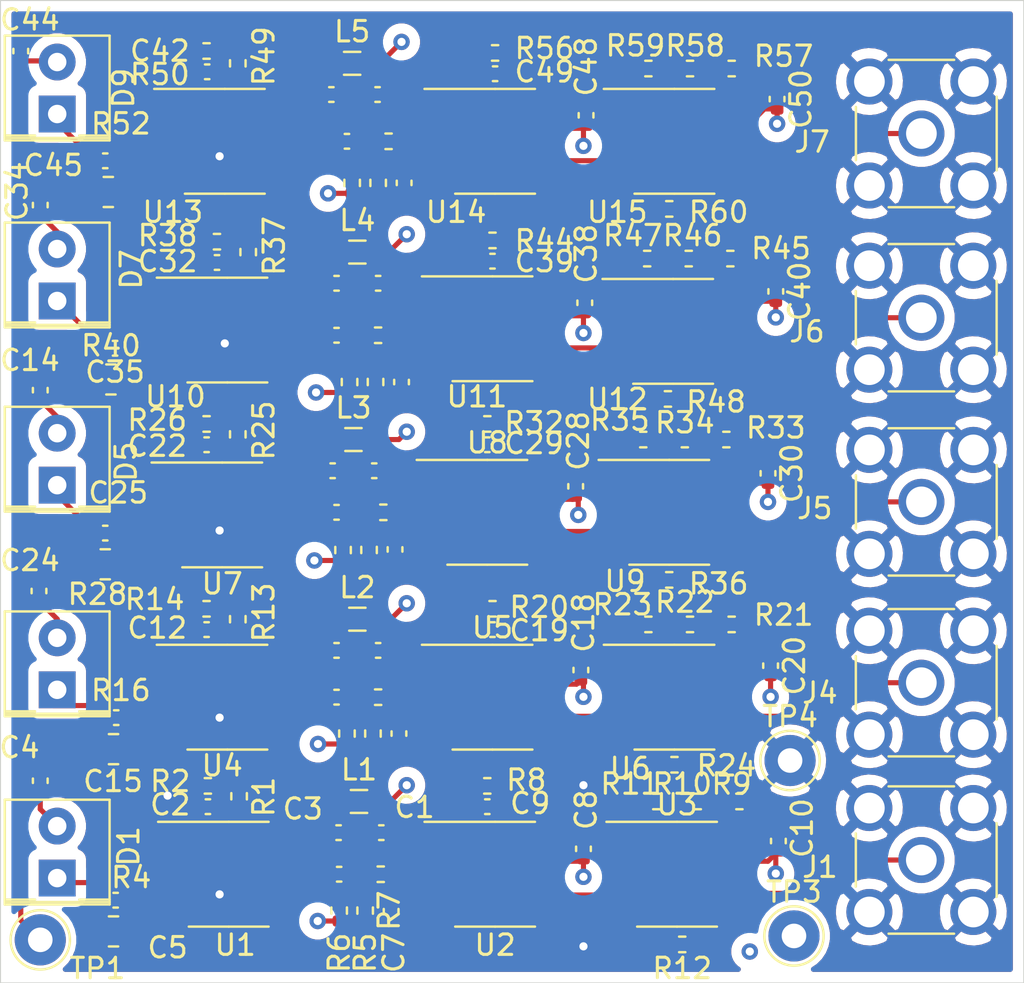
<source format=kicad_pcb>
(kicad_pcb (version 20171130) (host pcbnew "(5.1.10)-1")
  (layers (0 F.Cu signal hide) (1 In1.Cu signal hide) (2 In2.Cu signal hide) (31 B.Cu signal hide) (34 B.Paste user hide) (35 F.Paste user) (36 B.SilkS user hide) (37 F.SilkS user) (38 B.Mask user hide) (39 F.Mask user) (44 Edge.Cuts user))
  (net 0 "")
  (net 1 VCC)
  (net 2 GND)
  (net 3 "Net-(C2-Pad1)")
  (net 4 "Net-(C3-Pad1)")
  (net 5 "Net-(C12-Pad1)")
  (net 6 "Net-(C13-Pad1)")
  (net 7 "Net-(C7-Pad1)")
  (net 8 "Net-(C9-Pad1)")
  (net 9 "Net-(C6-Pad1)")
  (net 10 PHOTODIODE_POLARIZATION)
  (net 11 "Net-(J1-Pad1)")
  (net 12 "Net-(C5-Pad2)")
  (net 13 "Net-(C5-Pad1)")
  (net 14 "Net-(C9-Pad2)")
  (net 15 "Net-(R10-Pad1)")
  (net 16 "Net-(R10-Pad2)")
  (net 17 "Net-(C15-Pad2)")
  (net 18 "Net-(C15-Pad1)")
  (net 19 "Net-(C16-Pad1)")
  (net 20 "Net-(C17-Pad1)")
  (net 21 "Net-(C19-Pad2)")
  (net 22 "Net-(C19-Pad1)")
  (net 23 "Net-(J4-Pad1)")
  (net 24 "Net-(R21-Pad2)")
  (net 25 "Net-(R22-Pad2)")
  (net 26 "Net-(C22-Pad1)")
  (net 27 "Net-(C23-Pad1)")
  (net 28 "Net-(C25-Pad2)")
  (net 29 "Net-(C25-Pad1)")
  (net 30 "Net-(C26-Pad1)")
  (net 31 "Net-(C27-Pad1)")
  (net 32 "Net-(C29-Pad2)")
  (net 33 "Net-(C29-Pad1)")
  (net 34 "Net-(J5-Pad1)")
  (net 35 "Net-(R33-Pad2)")
  (net 36 "Net-(R34-Pad2)")
  (net 37 "Net-(C32-Pad1)")
  (net 38 "Net-(C33-Pad1)")
  (net 39 "Net-(C35-Pad2)")
  (net 40 "Net-(C35-Pad1)")
  (net 41 "Net-(C36-Pad1)")
  (net 42 "Net-(C37-Pad1)")
  (net 43 "Net-(C39-Pad2)")
  (net 44 "Net-(C39-Pad1)")
  (net 45 "Net-(J6-Pad1)")
  (net 46 "Net-(R45-Pad2)")
  (net 47 "Net-(R46-Pad2)")
  (net 48 "Net-(C42-Pad1)")
  (net 49 "Net-(C43-Pad1)")
  (net 50 "Net-(C45-Pad2)")
  (net 51 "Net-(C45-Pad1)")
  (net 52 "Net-(C46-Pad1)")
  (net 53 "Net-(C47-Pad1)")
  (net 54 "Net-(C49-Pad2)")
  (net 55 "Net-(C49-Pad1)")
  (net 56 "Net-(J7-Pad1)")
  (net 57 "Net-(R57-Pad2)")
  (net 58 "Net-(R58-Pad2)")
  (module Connector_Coaxial:SMA_Molex_73251-2200_Horizontal (layer F.Cu) (at 95 75.5 270)
    (fp_text reference J5 (at 0.319 5.211) (layer F.SilkS))
    (fp_text value Conn_Coaxial)
    (pad 2 thru_hole circle (at -2.54 2.54 270) (size 2.25 2.25) (drill 1.5) (layers *.Cu *.Mask) (net 2 GND))
    (pad 2 thru_hole circle (at -2.54 -2.54 270) (size 2.25 2.25) (drill 1.5) (layers *.Cu *.Mask) (net 2 GND))
    (pad 2 thru_hole circle (at 2.54 -2.54 270) (size 2.25 2.25) (drill 1.5) (layers *.Cu *.Mask) (net 2 GND))
    (pad 2 thru_hole circle (at 2.54 2.54) (size 2.25 2.25) (drill 1.5) (layers *.Cu *.Mask) (net 2 GND))
    (pad 1 thru_hole circle (at 0 0 270) (size 2.25 2.25) (drill 1.5) (layers *.Cu *.Mask) (net 34 "Net-(J5-Pad1)"))
  )
  (module LED_THT:LED_Rectangular_W5.0mm_H5.0mm (layer F.Cu) (at 52.77 56.5465 90)
    (fp_text reference D9 (at 1.27 3.237 90) (layer F.SilkS))
    (fp_text value BPW34)
    (pad 2 thru_hole circle (at 2.54 0 90) (size 1.8 1.8) (drill 0.9) (layers *.Cu *.Mask) (net 10 PHOTODIODE_POLARIZATION))
    (pad 1 thru_hole rect (at 0 0 90) (size 1.8 1.8) (drill 0.9) (layers *.Cu *.Mask) (net 50 "Net-(C45-Pad2)"))
  )
  (module LED_THT:LED_Rectangular_W5.0mm_H5.0mm (layer F.Cu) (at 52.77 65.6825 90)
    (fp_text reference D7 (at 1.5475 3.618 90) (layer F.SilkS))
    (fp_text value BPW34)
    (pad 2 thru_hole circle (at 2.54 0 90) (size 1.8 1.8) (drill 0.9) (layers *.Cu *.Mask) (net 10 PHOTODIODE_POLARIZATION))
    (pad 1 thru_hole rect (at 0 0 90) (size 1.8 1.8) (drill 0.9) (layers *.Cu *.Mask) (net 39 "Net-(C35-Pad2)"))
  )
  (module LED_THT:LED_Rectangular_W5.0mm_H5.0mm (layer F.Cu) (at 52.77 74.6825 90)
    (fp_text reference D5 (at 1.1495 3.364 90) (layer F.SilkS))
    (fp_text value BPW34)
    (pad 2 thru_hole circle (at 2.54 0 90) (size 1.8 1.8) (drill 0.9) (layers *.Cu *.Mask) (net 10 PHOTODIODE_POLARIZATION))
    (pad 1 thru_hole rect (at 0 0 90) (size 1.8 1.8) (drill 0.9) (layers *.Cu *.Mask) (net 28 "Net-(C25-Pad2)"))
  )
  (module LED_THT:LED_Rectangular_W5.0mm_H5.0mm (layer F.Cu) (at 52.77 84.6825 90)
    (fp_text reference D3 (at 1.27 -3.56 90) (layer F.SilkS))
    (fp_text value BPW34)
    (pad 2 thru_hole circle (at 2.54 0 90) (size 1.8 1.8) (drill 0.9) (layers *.Cu *.Mask) (net 10 PHOTODIODE_POLARIZATION))
    (pad 1 thru_hole rect (at 0 0 90) (size 1.8 1.8) (drill 0.9) (layers *.Cu *.Mask) (net 17 "Net-(C15-Pad2)"))
  )
  (module LED_THT:LED_Rectangular_W5.0mm_H5.0mm (layer F.Cu) (at 52.77 93.8825 90)
    (fp_text reference D1 (at 1.5535 3.491 90) (layer F.SilkS))
    (fp_text value BPW34)
    (pad 2 thru_hole circle (at 2.54 0 90) (size 1.8 1.8) (drill 0.9) (layers *.Cu *.Mask) (net 10 PHOTODIODE_POLARIZATION))
    (pad 1 thru_hole rect (at 0 0 90) (size 1.8 1.8) (drill 0.9) (layers *.Cu *.Mask) (net 12 "Net-(C5-Pad2)"))
  )
  (module TestPoint:TestPoint_THTPad_D2.5mm_Drill1.2mm (layer F.Cu) (at 88.5825 88.138)
    (fp_text reference TP4 (at 0 -2.148) (layer F.SilkS))
    (fp_text value TestPoint)
    (pad 1 thru_hole circle (at 0 0) (size 2.5 2.5) (drill 1.2) (layers *.Cu *.Mask) (net 2 GND))
  )
  (module TestPoint:TestPoint_THTPad_D2.5mm_Drill1.2mm (layer F.Cu) (at 88.773 96.7105)
    (fp_text reference TP3 (at 0 -2.148) (layer F.SilkS))
    (fp_text value TestPoint)
    (pad 1 thru_hole circle (at 0 0) (size 2.5 2.5) (drill 1.2) (layers *.Cu *.Mask) (net 1 VCC))
  )
  (module TestPoint:TestPoint_THTPad_D2.5mm_Drill1.2mm (layer F.Cu) (at 51.943 96.901)
    (fp_text reference TP1 (at 2.794 1.397) (layer F.SilkS))
    (fp_text value TestPoint)
    (pad 1 thru_hole circle (at 0 0) (size 2.5 2.5) (drill 1.2) (layers *.Cu *.Mask) (net 10 PHOTODIODE_POLARIZATION))
  )
  (module Capacitor_SMD:C_0402_1005Metric (layer F.Cu) (at 55.118 58.8325 180)
    (fp_text reference C45 (at 2.54 -0.2225) (layer F.SilkS))
    (fp_text value 2p2)
    (pad 2 smd roundrect (at 0.48 0 180) (size 0.56 0.62) (layers F.Cu F.Paste F.Mask) (net 50 "Net-(C45-Pad2)"))
    (pad 1 smd roundrect (at -0.48 0 180) (size 0.56 0.62) (layers F.Cu F.Paste F.Mask) (net 51 "Net-(C45-Pad1)"))
  )
  (module Capacitor_SMD:C_0402_1005Metric (layer F.Cu) (at 55.598 67.9925 180)
    (fp_text reference C35 (at 0 -1.16) (layer F.SilkS))
    (fp_text value 2p2)
    (pad 2 smd roundrect (at 0.48 0 180) (size 0.56 0.62) (layers F.Cu F.Paste F.Mask) (net 39 "Net-(C35-Pad2)"))
    (pad 1 smd roundrect (at -0.48 0 180) (size 0.56 0.62) (layers F.Cu F.Paste F.Mask) (net 40 "Net-(C35-Pad1)"))
  )
  (module Capacitor_SMD:C_0402_1005Metric (layer F.Cu) (at 55.118 77.0255 180)
    (fp_text reference C25 (at -0.635 1.9685) (layer F.SilkS))
    (fp_text value 2p2)
    (pad 2 smd roundrect (at 0.48 0 180) (size 0.56 0.62) (layers F.Cu F.Paste F.Mask) (net 28 "Net-(C25-Pad2)"))
    (pad 1 smd roundrect (at -0.48 0 180) (size 0.56 0.62) (layers F.Cu F.Paste F.Mask) (net 29 "Net-(C25-Pad1)"))
  )
  (module Capacitor_SMD:C_0402_1005Metric (layer F.Cu) (at 55.654 86.0425 180)
    (fp_text reference C15 (at 0.155 -3.1115) (layer F.SilkS))
    (fp_text value 2p2)
    (pad 2 smd roundrect (at 0.48 0 180) (size 0.56 0.62) (layers F.Cu F.Paste F.Mask) (net 17 "Net-(C15-Pad2)"))
    (pad 1 smd roundrect (at -0.48 0 180) (size 0.56 0.62) (layers F.Cu F.Paste F.Mask) (net 18 "Net-(C15-Pad1)"))
  )
  (module Capacitor_SMD:C_0402_1005Metric (layer F.Cu) (at 55.626 94.9645 180)
    (fp_text reference C5 (at -2.54 -2.3175) (layer F.SilkS))
    (fp_text value 2p2)
    (pad 2 smd roundrect (at 0.48 0 180) (size 0.56 0.62) (layers F.Cu F.Paste F.Mask) (net 12 "Net-(C5-Pad2)"))
    (pad 1 smd roundrect (at -0.48 0 180) (size 0.56 0.62) (layers F.Cu F.Paste F.Mask) (net 13 "Net-(C5-Pad1)"))
  )
  (module Package_SO:SOIC-8_3.9x4.9mm_P1.27mm (layer F.Cu) (at 82.931 57.88)
    (fp_text reference U15 (at -2.794 3.461) (layer F.SilkS))
    (fp_text value OPA145ID)
    (pad 8 smd roundrect (at 2.475 -1.905) (size 1.95 0.6) (layers F.Cu F.Paste F.Mask))
    (pad 7 smd roundrect (at 2.475 -0.635) (size 1.95 0.6) (layers F.Cu F.Paste F.Mask) (net 1 VCC))
    (pad 6 smd roundrect (at 2.475 0.635) (size 1.95 0.6) (layers F.Cu F.Paste F.Mask) (net 56 "Net-(J7-Pad1)"))
    (pad 5 smd roundrect (at 2.475 1.905) (size 1.95 0.6) (layers F.Cu F.Paste F.Mask))
    (pad 4 smd roundrect (at -2.475 1.905) (size 1.95 0.6) (layers F.Cu F.Paste F.Mask) (net 2 GND))
    (pad 3 smd roundrect (at -2.475 0.635) (size 1.95 0.6) (layers F.Cu F.Paste F.Mask) (net 55 "Net-(C49-Pad1)"))
    (pad 2 smd roundrect (at -2.475 -0.635) (size 1.95 0.6) (layers F.Cu F.Paste F.Mask) (net 58 "Net-(R58-Pad2)"))
    (pad 1 smd roundrect (at -2.475 -1.905) (size 1.95 0.6) (layers F.Cu F.Paste F.Mask))
  )
  (module Package_SO:SOIC-8_3.9x4.9mm_P1.27mm (layer F.Cu) (at 74.168 57.88)
    (fp_text reference U14 (at -1.905 3.461) (layer F.SilkS))
    (fp_text value OPA145ID)
    (pad 8 smd roundrect (at 2.475 -1.905) (size 1.95 0.6) (layers F.Cu F.Paste F.Mask))
    (pad 7 smd roundrect (at 2.475 -0.635) (size 1.95 0.6) (layers F.Cu F.Paste F.Mask) (net 1 VCC))
    (pad 6 smd roundrect (at 2.475 0.635) (size 1.95 0.6) (layers F.Cu F.Paste F.Mask) (net 55 "Net-(C49-Pad1)"))
    (pad 5 smd roundrect (at 2.475 1.905) (size 1.95 0.6) (layers F.Cu F.Paste F.Mask))
    (pad 4 smd roundrect (at -2.475 1.905) (size 1.95 0.6) (layers F.Cu F.Paste F.Mask) (net 2 GND))
    (pad 3 smd roundrect (at -2.475 0.635) (size 1.95 0.6) (layers F.Cu F.Paste F.Mask) (net 53 "Net-(C47-Pad1)"))
    (pad 2 smd roundrect (at -2.475 -0.635) (size 1.95 0.6) (layers F.Cu F.Paste F.Mask) (net 54 "Net-(C49-Pad2)"))
    (pad 1 smd roundrect (at -2.475 -1.905) (size 1.95 0.6) (layers F.Cu F.Paste F.Mask))
  )
  (module Package_SO:SOIC-8_3.9x4.9mm_P1.27mm (layer F.Cu) (at 60.96 57.88)
    (fp_text reference U13 (at -2.54 3.461) (layer F.SilkS))
    (fp_text value OPA145ID)
    (pad 8 smd roundrect (at 2.475 -1.905) (size 1.95 0.6) (layers F.Cu F.Paste F.Mask))
    (pad 7 smd roundrect (at 2.475 -0.635) (size 1.95 0.6) (layers F.Cu F.Paste F.Mask) (net 49 "Net-(C43-Pad1)"))
    (pad 6 smd roundrect (at 2.475 0.635) (size 1.95 0.6) (layers F.Cu F.Paste F.Mask) (net 51 "Net-(C45-Pad1)"))
    (pad 5 smd roundrect (at 2.475 1.905) (size 1.95 0.6) (layers F.Cu F.Paste F.Mask))
    (pad 4 smd roundrect (at -2.475 1.905) (size 1.95 0.6) (layers F.Cu F.Paste F.Mask) (net 2 GND))
    (pad 3 smd roundrect (at -2.475 0.635) (size 1.95 0.6) (layers F.Cu F.Paste F.Mask) (net 48 "Net-(C42-Pad1)"))
    (pad 2 smd roundrect (at -2.475 -0.635) (size 1.95 0.6) (layers F.Cu F.Paste F.Mask) (net 50 "Net-(C45-Pad2)"))
    (pad 1 smd roundrect (at -2.475 -1.905) (size 1.95 0.6) (layers F.Cu F.Paste F.Mask))
  )
  (module Resistor_SMD:R_0402_1005Metric (layer F.Cu) (at 82.679 61.182 180)
    (fp_text reference R60 (at -2.411 -0.159) (layer F.SilkS))
    (fp_text value "not mounted")
    (pad 2 smd roundrect (at 0.51 0 180) (size 0.54 0.64) (layers F.Cu F.Paste F.Mask) (net 58 "Net-(R58-Pad2)"))
    (pad 1 smd roundrect (at -0.51 0 180) (size 0.54 0.64) (layers F.Cu F.Paste F.Mask) (net 56 "Net-(J7-Pad1)"))
  )
  (module Resistor_SMD:R_0402_1005Metric (layer F.Cu) (at 81.659 54.324 180)
    (fp_text reference R59 (at 0.633 1.111) (layer F.SilkS))
    (fp_text value 10k)
    (pad 2 smd roundrect (at 0.51 0 180) (size 0.54 0.64) (layers F.Cu F.Paste F.Mask) (net 2 GND))
    (pad 1 smd roundrect (at -0.51 0 180) (size 0.54 0.64) (layers F.Cu F.Paste F.Mask) (net 58 "Net-(R58-Pad2)"))
  )
  (module Resistor_SMD:R_0402_1005Metric (layer F.Cu) (at 83.693 54.324 180)
    (fp_text reference R58 (at -0.254 1.111) (layer F.SilkS))
    (fp_text value 0R)
    (pad 2 smd roundrect (at 0.51 0 180) (size 0.54 0.64) (layers F.Cu F.Paste F.Mask) (net 58 "Net-(R58-Pad2)"))
    (pad 1 smd roundrect (at -0.51 0 180) (size 0.54 0.64) (layers F.Cu F.Paste F.Mask) (net 57 "Net-(R57-Pad2)"))
  )
  (module Resistor_SMD:R_0402_1005Metric (layer F.Cu) (at 85.729 54.324 180)
    (fp_text reference R57 (at -2.536 0.603) (layer F.SilkS))
    (fp_text value 10k)
    (pad 2 smd roundrect (at 0.51 0 180) (size 0.54 0.64) (layers F.Cu F.Paste F.Mask) (net 57 "Net-(R57-Pad2)"))
    (pad 1 smd roundrect (at -0.51 0 180) (size 0.54 0.64) (layers F.Cu F.Paste F.Mask) (net 1 VCC))
  )
  (module Resistor_SMD:R_0402_1005Metric (layer F.Cu) (at 74.168 53.562 180)
    (fp_text reference R56 (at -2.413 0.222) (layer F.SilkS))
    (fp_text value 10M)
    (pad 2 smd roundrect (at 0.51 0 180) (size 0.54 0.64) (layers F.Cu F.Paste F.Mask) (net 54 "Net-(C49-Pad2)"))
    (pad 1 smd roundrect (at -0.51 0 180) (size 0.54 0.64) (layers F.Cu F.Paste F.Mask) (net 55 "Net-(C49-Pad1)"))
  )
  (module Resistor_SMD:R_0402_1005Metric (layer F.Cu) (at 68.453 59.912 270)
    (fp_text reference R55 hide)
    (fp_text value 10k)
    (pad 2 smd roundrect (at 0.51 0 270) (size 0.54 0.64) (layers F.Cu F.Paste F.Mask) (net 2 GND))
    (pad 1 smd roundrect (at -0.51 0 270) (size 0.54 0.64) (layers F.Cu F.Paste F.Mask) (net 53 "Net-(C47-Pad1)"))
  )
  (module Resistor_SMD:R_0402_1005Metric (layer F.Cu) (at 67.183 59.912 90)
    (fp_text reference R54 hide)
    (fp_text value 10k)
    (pad 2 smd roundrect (at 0.51 0 90) (size 0.54 0.64) (layers F.Cu F.Paste F.Mask) (net 53 "Net-(C47-Pad1)"))
    (pad 1 smd roundrect (at -0.51 0 90) (size 0.54 0.64) (layers F.Cu F.Paste F.Mask) (net 1 VCC))
  )
  (module Resistor_SMD:R_0402_1005Metric (layer F.Cu) (at 68.963 57.88 180)
    (fp_text reference R53 hide)
    (fp_text value 10k)
    (pad 2 smd roundrect (at 0.51 0 180) (size 0.54 0.64) (layers F.Cu F.Paste F.Mask) (net 52 "Net-(C46-Pad1)"))
    (pad 1 smd roundrect (at -0.51 0 180) (size 0.54 0.64) (layers F.Cu F.Paste F.Mask) (net 54 "Net-(C49-Pad2)"))
  )
  (module Resistor_SMD:R_0805_2012Metric (layer F.Cu) (at 55.2685 60.3565)
    (fp_text reference R52 (at 0.6115 -3.3335) (layer F.SilkS))
    (fp_text value 10G)
    (pad 2 smd roundrect (at 0.9125 0) (size 1.025 1.4) (layers F.Cu F.Paste F.Mask) (roundrect_rratio 0.243902) (net 51 "Net-(C45-Pad1)"))
    (pad 1 smd roundrect (at -0.9125 0) (size 1.025 1.4) (layers F.Cu F.Paste F.Mask) (roundrect_rratio 0.243902) (net 50 "Net-(C45-Pad2)"))
  )
  (module Resistor_SMD:R_0402_1005Metric (layer F.Cu) (at 60.069 53.467 180)
    (fp_text reference R50 (at 2.284 -1.143) (layer F.SilkS))
    (fp_text value 10k)
    (pad 2 smd roundrect (at 0.51 0 180) (size 0.54 0.64) (layers F.Cu F.Paste F.Mask) (net 2 GND))
    (pad 1 smd roundrect (at -0.51 0 180) (size 0.54 0.64) (layers F.Cu F.Paste F.Mask) (net 48 "Net-(C42-Pad1)"))
  )
  (module Resistor_SMD:R_0402_1005Metric (layer F.Cu) (at 61.595 54.07 90)
    (fp_text reference R49 (at 0.349 1.27 90) (layer F.SilkS))
    (fp_text value 10k)
    (pad 2 smd roundrect (at 0.51 0 90) (size 0.54 0.64) (layers F.Cu F.Paste F.Mask) (net 48 "Net-(C42-Pad1)"))
    (pad 1 smd roundrect (at -0.51 0 90) (size 0.54 0.64) (layers F.Cu F.Paste F.Mask) (net 49 "Net-(C43-Pad1)"))
  )
  (module Inductor_SMD:L_0805_2012Metric (layer F.Cu) (at 67.183 54.07)
    (fp_text reference L5 (at 0 -1.55) (layer F.SilkS))
    (fp_text value u68)
    (pad 2 smd roundrect (at 1.0625 0) (size 0.875 1.2) (layers F.Cu F.Paste F.Mask) (net 1 VCC))
    (pad 1 smd roundrect (at -1.0625 0) (size 0.875 1.2) (layers F.Cu F.Paste F.Mask) (net 49 "Net-(C43-Pad1)"))
  )
  (module Connector_Coaxial:SMA_Molex_73251-2200_Horizontal (layer F.Cu) (at 95 57.5 270)
    (fp_text reference J7 (at 0.412 5.338 180) (layer F.SilkS))
    (fp_text value Conn_Coaxial)
    (pad 2 thru_hole circle (at -2.54 2.54 270) (size 2.25 2.25) (drill 1.5) (layers *.Cu *.Mask) (net 2 GND))
    (pad 2 thru_hole circle (at -2.54 -2.54 270) (size 2.25 2.25) (drill 1.5) (layers *.Cu *.Mask) (net 2 GND))
    (pad 2 thru_hole circle (at 2.54 -2.54 270) (size 2.25 2.25) (drill 1.5) (layers *.Cu *.Mask) (net 2 GND))
    (pad 2 thru_hole circle (at 2.54 2.54) (size 2.25 2.25) (drill 1.5) (layers *.Cu *.Mask) (net 2 GND))
    (pad 1 thru_hole circle (at 0 0 270) (size 2.25 2.25) (drill 1.5) (layers *.Cu *.Mask) (net 56 "Net-(J7-Pad1)"))
  )
  (module Capacitor_SMD:C_0402_1005Metric (layer F.Cu) (at 87.9475 55.8165 270)
    (fp_text reference C50 (at 0 -1.16 90) (layer F.SilkS))
    (fp_text value 100n)
    (pad 2 smd roundrect (at 0.48 0 270) (size 0.56 0.62) (layers F.Cu F.Paste F.Mask) (net 1 VCC))
    (pad 1 smd roundrect (at -0.48 0 270) (size 0.56 0.62) (layers F.Cu F.Paste F.Mask) (net 2 GND))
  )
  (module Capacitor_SMD:C_0402_1005Metric (layer F.Cu) (at 74.168 54.578 180)
    (fp_text reference C49 (at -2.413 0.095) (layer F.SilkS))
    (fp_text value 4p7+2p2)
    (pad 2 smd roundrect (at 0.48 0 180) (size 0.56 0.62) (layers F.Cu F.Paste F.Mask) (net 54 "Net-(C49-Pad2)"))
    (pad 1 smd roundrect (at -0.48 0 180) (size 0.56 0.62) (layers F.Cu F.Paste F.Mask) (net 55 "Net-(C49-Pad1)"))
  )
  (module Capacitor_SMD:C_0402_1005Metric (layer F.Cu) (at 78.613 56.61 270)
    (fp_text reference C48 (at -2.381 0 90) (layer F.SilkS))
    (fp_text value 100n)
    (pad 2 smd roundrect (at 0.48 0 270) (size 0.56 0.62) (layers F.Cu F.Paste F.Mask) (net 1 VCC))
    (pad 1 smd roundrect (at -0.48 0 270) (size 0.56 0.62) (layers F.Cu F.Paste F.Mask) (net 2 GND))
  )
  (module Capacitor_SMD:C_0402_1005Metric (layer F.Cu) (at 69.723 59.912 270)
    (fp_text reference C47 hide)
    (fp_text value 100n)
    (pad 2 smd roundrect (at 0.48 0 270) (size 0.56 0.62) (layers F.Cu F.Paste F.Mask) (net 2 GND))
    (pad 1 smd roundrect (at -0.48 0 270) (size 0.56 0.62) (layers F.Cu F.Paste F.Mask) (net 53 "Net-(C47-Pad1)"))
  )
  (module Capacitor_SMD:C_0402_1005Metric (layer F.Cu) (at 66.929 57.88 180)
    (fp_text reference C46 hide)
    (fp_text value 1n)
    (pad 2 smd roundrect (at 0.48 0 180) (size 0.56 0.62) (layers F.Cu F.Paste F.Mask) (net 51 "Net-(C45-Pad1)"))
    (pad 1 smd roundrect (at -0.48 0 180) (size 0.56 0.62) (layers F.Cu F.Paste F.Mask) (net 52 "Net-(C46-Pad1)"))
  )
  (module Capacitor_SMD:C_0402_1005Metric (layer F.Cu) (at 50.9905 53.4705 270)
    (fp_text reference C44 (at -1.5275 -0.4445 180) (layer F.SilkS))
    (fp_text value 100n)
    (pad 2 smd roundrect (at 0.48 0 270) (size 0.56 0.62) (layers F.Cu F.Paste F.Mask) (net 10 PHOTODIODE_POLARIZATION))
    (pad 1 smd roundrect (at -0.48 0 270) (size 0.56 0.62) (layers F.Cu F.Paste F.Mask) (net 2 GND))
  )
  (module Capacitor_SMD:C_0402_1005Metric (layer F.Cu) (at 66.167 55.594)
    (fp_text reference C43 hide)
    (fp_text value 100n)
    (pad 2 smd roundrect (at 0.48 0) (size 0.56 0.62) (layers F.Cu F.Paste F.Mask) (net 2 GND))
    (pad 1 smd roundrect (at -0.48 0) (size 0.56 0.62) (layers F.Cu F.Paste F.Mask) (net 49 "Net-(C43-Pad1)"))
  )
  (module Capacitor_SMD:C_0402_1005Metric (layer F.Cu) (at 60.099 54.483 180)
    (fp_text reference C42 (at 2.314 1.016) (layer F.SilkS))
    (fp_text value 100n)
    (pad 2 smd roundrect (at 0.48 0 180) (size 0.56 0.62) (layers F.Cu F.Paste F.Mask) (net 2 GND))
    (pad 1 smd roundrect (at -0.48 0 180) (size 0.56 0.62) (layers F.Cu F.Paste F.Mask) (net 48 "Net-(C42-Pad1)"))
  )
  (module Capacitor_SMD:C_0402_1005Metric (layer F.Cu) (at 68.425 55.594)
    (fp_text reference C41 hide)
    (fp_text value 100n)
    (pad 2 smd roundrect (at 0.48 0) (size 0.56 0.62) (layers F.Cu F.Paste F.Mask) (net 2 GND))
    (pad 1 smd roundrect (at -0.48 0) (size 0.56 0.62) (layers F.Cu F.Paste F.Mask) (net 1 VCC))
  )
  (module Package_SO:SOIC-8_3.9x4.9mm_P1.27mm (layer F.Cu) (at 82.8675 67.167)
    (fp_text reference U12 (at -2.7305 3.318) (layer F.SilkS))
    (fp_text value OPA145ID)
    (pad 8 smd roundrect (at 2.475 -1.905) (size 1.95 0.6) (layers F.Cu F.Paste F.Mask))
    (pad 7 smd roundrect (at 2.475 -0.635) (size 1.95 0.6) (layers F.Cu F.Paste F.Mask) (net 1 VCC))
    (pad 6 smd roundrect (at 2.475 0.635) (size 1.95 0.6) (layers F.Cu F.Paste F.Mask) (net 45 "Net-(J6-Pad1)"))
    (pad 5 smd roundrect (at 2.475 1.905) (size 1.95 0.6) (layers F.Cu F.Paste F.Mask))
    (pad 4 smd roundrect (at -2.475 1.905) (size 1.95 0.6) (layers F.Cu F.Paste F.Mask) (net 2 GND))
    (pad 3 smd roundrect (at -2.475 0.635) (size 1.95 0.6) (layers F.Cu F.Paste F.Mask) (net 44 "Net-(C39-Pad1)"))
    (pad 2 smd roundrect (at -2.475 -0.635) (size 1.95 0.6) (layers F.Cu F.Paste F.Mask) (net 47 "Net-(R46-Pad2)"))
    (pad 1 smd roundrect (at -2.475 -1.905) (size 1.95 0.6) (layers F.Cu F.Paste F.Mask))
  )
  (module Package_SO:SOIC-8_3.9x4.9mm_P1.27mm (layer F.Cu) (at 74.041 67.04)
    (fp_text reference U11 (at -0.762 3.318) (layer F.SilkS))
    (fp_text value OPA145ID)
    (pad 8 smd roundrect (at 2.475 -1.905) (size 1.95 0.6) (layers F.Cu F.Paste F.Mask))
    (pad 7 smd roundrect (at 2.475 -0.635) (size 1.95 0.6) (layers F.Cu F.Paste F.Mask) (net 1 VCC))
    (pad 6 smd roundrect (at 2.475 0.635) (size 1.95 0.6) (layers F.Cu F.Paste F.Mask) (net 44 "Net-(C39-Pad1)"))
    (pad 5 smd roundrect (at 2.475 1.905) (size 1.95 0.6) (layers F.Cu F.Paste F.Mask))
    (pad 4 smd roundrect (at -2.475 1.905) (size 1.95 0.6) (layers F.Cu F.Paste F.Mask) (net 2 GND))
    (pad 3 smd roundrect (at -2.475 0.635) (size 1.95 0.6) (layers F.Cu F.Paste F.Mask) (net 42 "Net-(C37-Pad1)"))
    (pad 2 smd roundrect (at -2.475 -0.635) (size 1.95 0.6) (layers F.Cu F.Paste F.Mask) (net 43 "Net-(C39-Pad2)"))
    (pad 1 smd roundrect (at -2.475 -1.905) (size 1.95 0.6) (layers F.Cu F.Paste F.Mask))
  )
  (module Package_SO:SOIC-8_3.9x4.9mm_P1.27mm (layer F.Cu) (at 61.087 67.1035)
    (fp_text reference U10 (at -2.54 3.2545) (layer F.SilkS))
    (fp_text value OPA145ID)
    (pad 8 smd roundrect (at 2.475 -1.905) (size 1.95 0.6) (layers F.Cu F.Paste F.Mask))
    (pad 7 smd roundrect (at 2.475 -0.635) (size 1.95 0.6) (layers F.Cu F.Paste F.Mask) (net 38 "Net-(C33-Pad1)"))
    (pad 6 smd roundrect (at 2.475 0.635) (size 1.95 0.6) (layers F.Cu F.Paste F.Mask) (net 40 "Net-(C35-Pad1)"))
    (pad 5 smd roundrect (at 2.475 1.905) (size 1.95 0.6) (layers F.Cu F.Paste F.Mask))
    (pad 4 smd roundrect (at -2.475 1.905) (size 1.95 0.6) (layers F.Cu F.Paste F.Mask) (net 2 GND))
    (pad 3 smd roundrect (at -2.475 0.635) (size 1.95 0.6) (layers F.Cu F.Paste F.Mask) (net 37 "Net-(C32-Pad1)"))
    (pad 2 smd roundrect (at -2.475 -0.635) (size 1.95 0.6) (layers F.Cu F.Paste F.Mask) (net 39 "Net-(C35-Pad2)"))
    (pad 1 smd roundrect (at -2.475 -1.905) (size 1.95 0.6) (layers F.Cu F.Paste F.Mask))
  )
  (module Resistor_SMD:R_0402_1005Metric (layer F.Cu) (at 82.6135 70.469 180)
    (fp_text reference R48 (at -2.3495 -0.143) (layer F.SilkS))
    (fp_text value "not mounted")
    (pad 2 smd roundrect (at 0.51 0 180) (size 0.54 0.64) (layers F.Cu F.Paste F.Mask) (net 47 "Net-(R46-Pad2)"))
    (pad 1 smd roundrect (at -0.51 0 180) (size 0.54 0.64) (layers F.Cu F.Paste F.Mask) (net 45 "Net-(J6-Pad1)"))
  )
  (module Resistor_SMD:R_0402_1005Metric (layer F.Cu) (at 81.5995 63.611 180)
    (fp_text reference R47 (at 0.7005 1.127) (layer F.SilkS))
    (fp_text value 10k)
    (pad 2 smd roundrect (at 0.51 0 180) (size 0.54 0.64) (layers F.Cu F.Paste F.Mask) (net 2 GND))
    (pad 1 smd roundrect (at -0.51 0 180) (size 0.54 0.64) (layers F.Cu F.Paste F.Mask) (net 47 "Net-(R46-Pad2)"))
  )
  (module Resistor_SMD:R_0402_1005Metric (layer F.Cu) (at 83.6295 63.611 180)
    (fp_text reference R46 (at -0.1905 1.127) (layer F.SilkS))
    (fp_text value 0R)
    (pad 2 smd roundrect (at 0.51 0 180) (size 0.54 0.64) (layers F.Cu F.Paste F.Mask) (net 47 "Net-(R46-Pad2)"))
    (pad 1 smd roundrect (at -0.51 0 180) (size 0.54 0.64) (layers F.Cu F.Paste F.Mask) (net 46 "Net-(R45-Pad2)"))
  )
  (module Resistor_SMD:R_0402_1005Metric (layer F.Cu) (at 85.6635 63.611 180)
    (fp_text reference R45 (at -2.4745 0.492) (layer F.SilkS))
    (fp_text value 10k)
    (pad 2 smd roundrect (at 0.51 0 180) (size 0.54 0.64) (layers F.Cu F.Paste F.Mask) (net 46 "Net-(R45-Pad2)"))
    (pad 1 smd roundrect (at -0.51 0 180) (size 0.54 0.64) (layers F.Cu F.Paste F.Mask) (net 1 VCC))
  )
  (module Resistor_SMD:R_0402_1005Metric (layer F.Cu) (at 74.041 62.722 180)
    (fp_text reference R44 (at -2.54 -0.016) (layer F.SilkS))
    (fp_text value 10M)
    (pad 2 smd roundrect (at 0.51 0 180) (size 0.54 0.64) (layers F.Cu F.Paste F.Mask) (net 43 "Net-(C39-Pad2)"))
    (pad 1 smd roundrect (at -0.51 0 180) (size 0.54 0.64) (layers F.Cu F.Paste F.Mask) (net 44 "Net-(C39-Pad1)"))
  )
  (module Resistor_SMD:R_0402_1005Metric (layer F.Cu) (at 68.326 69.6415 270)
    (fp_text reference R43 hide)
    (fp_text value 10k)
    (pad 2 smd roundrect (at 0.51 0 270) (size 0.54 0.64) (layers F.Cu F.Paste F.Mask) (net 2 GND))
    (pad 1 smd roundrect (at -0.51 0 270) (size 0.54 0.64) (layers F.Cu F.Paste F.Mask) (net 42 "Net-(C37-Pad1)"))
  )
  (module Resistor_SMD:R_0402_1005Metric (layer F.Cu) (at 67.056 69.6435 90)
    (fp_text reference R42 hide)
    (fp_text value 10k)
    (pad 2 smd roundrect (at 0.51 0 90) (size 0.54 0.64) (layers F.Cu F.Paste F.Mask) (net 42 "Net-(C37-Pad1)"))
    (pad 1 smd roundrect (at -0.51 0 90) (size 0.54 0.64) (layers F.Cu F.Paste F.Mask) (net 1 VCC))
  )
  (module Resistor_SMD:R_0402_1005Metric (layer F.Cu) (at 68.451 67.3575 180)
    (fp_text reference R41 hide)
    (fp_text value 10k)
    (pad 2 smd roundrect (at 0.51 0 180) (size 0.54 0.64) (layers F.Cu F.Paste F.Mask) (net 41 "Net-(C36-Pad1)"))
    (pad 1 smd roundrect (at -0.51 0 180) (size 0.54 0.64) (layers F.Cu F.Paste F.Mask) (net 43 "Net-(C39-Pad2)"))
  )
  (module Resistor_SMD:R_0805_2012Metric (layer F.Cu) (at 55.3955 69.5165)
    (fp_text reference R40 (at 0 -1.65) (layer F.SilkS))
    (fp_text value 10G)
    (pad 2 smd roundrect (at 0.9125 0) (size 1.025 1.4) (layers F.Cu F.Paste F.Mask) (roundrect_rratio 0.243902) (net 40 "Net-(C35-Pad1)"))
    (pad 1 smd roundrect (at -0.9125 0) (size 1.025 1.4) (layers F.Cu F.Paste F.Mask) (roundrect_rratio 0.243902) (net 39 "Net-(C35-Pad2)"))
  )
  (module Resistor_SMD:R_0402_1005Metric (layer F.Cu) (at 60.577 62.7855 180)
    (fp_text reference R38 (at 2.411 0.3015) (layer F.SilkS))
    (fp_text value 10k)
    (pad 2 smd roundrect (at 0.51 0 180) (size 0.54 0.64) (layers F.Cu F.Paste F.Mask) (net 2 GND))
    (pad 1 smd roundrect (at -0.51 0 180) (size 0.54 0.64) (layers F.Cu F.Paste F.Mask) (net 37 "Net-(C32-Pad1)"))
  )
  (module Resistor_SMD:R_0402_1005Metric (layer F.Cu) (at 62.103 63.2935 90)
    (fp_text reference R37 (at 0.3015 1.27 90) (layer F.SilkS))
    (fp_text value 10k)
    (pad 2 smd roundrect (at 0.51 0 90) (size 0.54 0.64) (layers F.Cu F.Paste F.Mask) (net 37 "Net-(C32-Pad1)"))
    (pad 1 smd roundrect (at -0.51 0 90) (size 0.54 0.64) (layers F.Cu F.Paste F.Mask) (net 38 "Net-(C33-Pad1)"))
  )
  (module Inductor_SMD:L_0805_2012Metric (layer F.Cu) (at 67.437 63.2935)
    (fp_text reference L4 (at 0 -1.55) (layer F.SilkS))
    (fp_text value u68)
    (pad 2 smd roundrect (at 1.0625 0) (size 0.875 1.2) (layers F.Cu F.Paste F.Mask) (net 1 VCC))
    (pad 1 smd roundrect (at -1.0625 0) (size 0.875 1.2) (layers F.Cu F.Paste F.Mask) (net 38 "Net-(C33-Pad1)"))
  )
  (module Connector_Coaxial:SMA_Molex_73251-2200_Horizontal (layer F.Cu) (at 94.996 66.5 270)
    (fp_text reference J6 (at 0.683 5.588) (layer F.SilkS))
    (fp_text value Conn_Coaxial)
    (pad 2 thru_hole circle (at -2.54 2.54 270) (size 2.25 2.25) (drill 1.5) (layers *.Cu *.Mask) (net 2 GND))
    (pad 2 thru_hole circle (at -2.54 -2.54 270) (size 2.25 2.25) (drill 1.5) (layers *.Cu *.Mask) (net 2 GND))
    (pad 2 thru_hole circle (at 2.54 -2.54 270) (size 2.25 2.25) (drill 1.5) (layers *.Cu *.Mask) (net 2 GND))
    (pad 2 thru_hole circle (at 2.54 2.54) (size 2.25 2.25) (drill 1.5) (layers *.Cu *.Mask) (net 2 GND))
    (pad 1 thru_hole circle (at 0 0 270) (size 2.25 2.25) (drill 1.5) (layers *.Cu *.Mask) (net 45 "Net-(J6-Pad1)"))
  )
  (module Capacitor_SMD:C_0402_1005Metric (layer F.Cu) (at 87.884 65.2145 270)
    (fp_text reference C40 (at 0 -1.16 90) (layer F.SilkS))
    (fp_text value 100n)
    (pad 2 smd roundrect (at 0.48 0 270) (size 0.56 0.62) (layers F.Cu F.Paste F.Mask) (net 1 VCC))
    (pad 1 smd roundrect (at -0.48 0 270) (size 0.56 0.62) (layers F.Cu F.Paste F.Mask) (net 2 GND))
  )
  (module Capacitor_SMD:C_0402_1005Metric (layer F.Cu) (at 74.041 63.738 180)
    (fp_text reference C39 (at -2.54 -0.016) (layer F.SilkS))
    (fp_text value 4p7+2p2)
    (pad 2 smd roundrect (at 0.48 0 180) (size 0.56 0.62) (layers F.Cu F.Paste F.Mask) (net 43 "Net-(C39-Pad2)"))
    (pad 1 smd roundrect (at -0.48 0 180) (size 0.56 0.62) (layers F.Cu F.Paste F.Mask) (net 44 "Net-(C39-Pad1)"))
  )
  (module Capacitor_SMD:C_0402_1005Metric (layer F.Cu) (at 78.5495 65.77 270)
    (fp_text reference C38 (at -2.397 -0.0635 90) (layer F.SilkS))
    (fp_text value 100n)
    (pad 2 smd roundrect (at 0.48 0 270) (size 0.56 0.62) (layers F.Cu F.Paste F.Mask) (net 1 VCC))
    (pad 1 smd roundrect (at -0.48 0 270) (size 0.56 0.62) (layers F.Cu F.Paste F.Mask) (net 2 GND))
  )
  (module Capacitor_SMD:C_0402_1005Metric (layer F.Cu) (at 69.596 69.6435 270)
    (fp_text reference C37 hide)
    (fp_text value 100n)
    (pad 2 smd roundrect (at 0.48 0 270) (size 0.56 0.62) (layers F.Cu F.Paste F.Mask) (net 2 GND))
    (pad 1 smd roundrect (at -0.48 0 270) (size 0.56 0.62) (layers F.Cu F.Paste F.Mask) (net 42 "Net-(C37-Pad1)"))
  )
  (module Capacitor_SMD:C_0402_1005Metric (layer F.Cu) (at 66.421 67.3575 180)
    (fp_text reference C36 hide)
    (fp_text value 1n)
    (pad 2 smd roundrect (at 0.48 0 180) (size 0.56 0.62) (layers F.Cu F.Paste F.Mask) (net 40 "Net-(C35-Pad1)"))
    (pad 1 smd roundrect (at -0.48 0 180) (size 0.56 0.62) (layers F.Cu F.Paste F.Mask) (net 41 "Net-(C36-Pad1)"))
  )
  (module Capacitor_SMD:C_0402_1005Metric (layer F.Cu) (at 51.943 60.9955 270)
    (fp_text reference C34 (at -0.6705 1.143 270) (layer F.SilkS))
    (fp_text value 100n)
    (pad 2 smd roundrect (at 0.48 0 270) (size 0.56 0.62) (layers F.Cu F.Paste F.Mask) (net 10 PHOTODIODE_POLARIZATION))
    (pad 1 smd roundrect (at -0.48 0 270) (size 0.56 0.62) (layers F.Cu F.Paste F.Mask) (net 2 GND))
  )
  (module Capacitor_SMD:C_0402_1005Metric (layer F.Cu) (at 66.421 64.8175)
    (fp_text reference C33 hide)
    (fp_text value 100n)
    (pad 2 smd roundrect (at 0.48 0) (size 0.56 0.62) (layers F.Cu F.Paste F.Mask) (net 2 GND))
    (pad 1 smd roundrect (at -0.48 0) (size 0.56 0.62) (layers F.Cu F.Paste F.Mask) (net 38 "Net-(C33-Pad1)"))
  )
  (module Capacitor_SMD:C_0402_1005Metric (layer F.Cu) (at 60.579 63.8015 180)
    (fp_text reference C32 (at 2.413 0.0475) (layer F.SilkS))
    (fp_text value 100n)
    (pad 2 smd roundrect (at 0.48 0 180) (size 0.56 0.62) (layers F.Cu F.Paste F.Mask) (net 2 GND))
    (pad 1 smd roundrect (at -0.48 0 180) (size 0.56 0.62) (layers F.Cu F.Paste F.Mask) (net 37 "Net-(C32-Pad1)"))
  )
  (module Capacitor_SMD:C_0402_1005Metric (layer F.Cu) (at 68.453 64.8175)
    (fp_text reference C31 hide)
    (fp_text value 100n)
    (pad 2 smd roundrect (at 0.48 0) (size 0.56 0.62) (layers F.Cu F.Paste F.Mask) (net 2 GND))
    (pad 1 smd roundrect (at -0.48 0) (size 0.56 0.62) (layers F.Cu F.Paste F.Mask) (net 1 VCC))
  )
  (module Package_SO:SOIC-8_3.9x4.9mm_P1.27mm (layer F.Cu) (at 82.677 76.0095)
    (fp_text reference U9 (at -2.159 3.3655) (layer F.SilkS))
    (fp_text value OPA145ID)
    (pad 8 smd roundrect (at 2.475 -1.905) (size 1.95 0.6) (layers F.Cu F.Paste F.Mask))
    (pad 7 smd roundrect (at 2.475 -0.635) (size 1.95 0.6) (layers F.Cu F.Paste F.Mask) (net 1 VCC))
    (pad 6 smd roundrect (at 2.475 0.635) (size 1.95 0.6) (layers F.Cu F.Paste F.Mask) (net 34 "Net-(J5-Pad1)"))
    (pad 5 smd roundrect (at 2.475 1.905) (size 1.95 0.6) (layers F.Cu F.Paste F.Mask))
    (pad 4 smd roundrect (at -2.475 1.905) (size 1.95 0.6) (layers F.Cu F.Paste F.Mask) (net 2 GND))
    (pad 3 smd roundrect (at -2.475 0.635) (size 1.95 0.6) (layers F.Cu F.Paste F.Mask) (net 33 "Net-(C29-Pad1)"))
    (pad 2 smd roundrect (at -2.475 -0.635) (size 1.95 0.6) (layers F.Cu F.Paste F.Mask) (net 36 "Net-(R34-Pad2)"))
    (pad 1 smd roundrect (at -2.475 -1.905) (size 1.95 0.6) (layers F.Cu F.Paste F.Mask))
  )
  (module Package_SO:SOIC-8_3.9x4.9mm_P1.27mm (layer F.Cu) (at 73.787 76.0095)
    (fp_text reference U8 (at 0 -3.4) (layer F.SilkS))
    (fp_text value OPA145ID)
    (pad 8 smd roundrect (at 2.475 -1.905) (size 1.95 0.6) (layers F.Cu F.Paste F.Mask))
    (pad 7 smd roundrect (at 2.475 -0.635) (size 1.95 0.6) (layers F.Cu F.Paste F.Mask) (net 1 VCC))
    (pad 6 smd roundrect (at 2.475 0.635) (size 1.95 0.6) (layers F.Cu F.Paste F.Mask) (net 33 "Net-(C29-Pad1)"))
    (pad 5 smd roundrect (at 2.475 1.905) (size 1.95 0.6) (layers F.Cu F.Paste F.Mask))
    (pad 4 smd roundrect (at -2.475 1.905) (size 1.95 0.6) (layers F.Cu F.Paste F.Mask) (net 2 GND))
    (pad 3 smd roundrect (at -2.475 0.635) (size 1.95 0.6) (layers F.Cu F.Paste F.Mask) (net 31 "Net-(C27-Pad1)"))
    (pad 2 smd roundrect (at -2.475 -0.635) (size 1.95 0.6) (layers F.Cu F.Paste F.Mask) (net 32 "Net-(C29-Pad2)"))
    (pad 1 smd roundrect (at -2.475 -1.905) (size 1.95 0.6) (layers F.Cu F.Paste F.Mask))
  )
  (module Package_SO:SOIC-8_3.9x4.9mm_P1.27mm (layer F.Cu) (at 60.833 76.1365)
    (fp_text reference U7 (at 0 3.3655) (layer F.SilkS))
    (fp_text value OPA145ID)
    (pad 8 smd roundrect (at 2.475 -1.905) (size 1.95 0.6) (layers F.Cu F.Paste F.Mask))
    (pad 7 smd roundrect (at 2.475 -0.635) (size 1.95 0.6) (layers F.Cu F.Paste F.Mask) (net 27 "Net-(C23-Pad1)"))
    (pad 6 smd roundrect (at 2.475 0.635) (size 1.95 0.6) (layers F.Cu F.Paste F.Mask) (net 29 "Net-(C25-Pad1)"))
    (pad 5 smd roundrect (at 2.475 1.905) (size 1.95 0.6) (layers F.Cu F.Paste F.Mask))
    (pad 4 smd roundrect (at -2.475 1.905) (size 1.95 0.6) (layers F.Cu F.Paste F.Mask) (net 2 GND))
    (pad 3 smd roundrect (at -2.475 0.635) (size 1.95 0.6) (layers F.Cu F.Paste F.Mask) (net 26 "Net-(C22-Pad1)"))
    (pad 2 smd roundrect (at -2.475 -0.635) (size 1.95 0.6) (layers F.Cu F.Paste F.Mask) (net 28 "Net-(C25-Pad2)"))
    (pad 1 smd roundrect (at -2.475 -1.905) (size 1.95 0.6) (layers F.Cu F.Paste F.Mask))
  )
  (module Resistor_SMD:R_0402_1005Metric (layer F.Cu) (at 82.677 79.3115 180)
    (fp_text reference R36 (at -2.413 -0.1905) (layer F.SilkS))
    (fp_text value "not mounted")
    (pad 2 smd roundrect (at 0.51 0 180) (size 0.54 0.64) (layers F.Cu F.Paste F.Mask) (net 36 "Net-(R34-Pad2)"))
    (pad 1 smd roundrect (at -0.51 0 180) (size 0.54 0.64) (layers F.Cu F.Paste F.Mask) (net 34 "Net-(J5-Pad1)"))
  )
  (module Resistor_SMD:R_0402_1005Metric (layer F.Cu) (at 81.407 72.4535 180)
    (fp_text reference R35 (at 1.143 0.9525) (layer F.SilkS))
    (fp_text value 10k)
    (pad 2 smd roundrect (at 0.51 0 180) (size 0.54 0.64) (layers F.Cu F.Paste F.Mask) (net 2 GND))
    (pad 1 smd roundrect (at -0.51 0 180) (size 0.54 0.64) (layers F.Cu F.Paste F.Mask) (net 36 "Net-(R34-Pad2)"))
  )
  (module Resistor_SMD:R_0402_1005Metric (layer F.Cu) (at 83.439 72.4535 180)
    (fp_text reference R34 (at 0 0.8255) (layer F.SilkS))
    (fp_text value 0R)
    (pad 2 smd roundrect (at 0.51 0 180) (size 0.54 0.64) (layers F.Cu F.Paste F.Mask) (net 36 "Net-(R34-Pad2)"))
    (pad 1 smd roundrect (at -0.51 0 180) (size 0.54 0.64) (layers F.Cu F.Paste F.Mask) (net 35 "Net-(R33-Pad2)"))
  )
  (module Resistor_SMD:R_0402_1005Metric (layer F.Cu) (at 85.469 72.4535 180)
    (fp_text reference R33 (at -2.415 0.5715) (layer F.SilkS))
    (fp_text value 10k)
    (pad 2 smd roundrect (at 0.51 0 180) (size 0.54 0.64) (layers F.Cu F.Paste F.Mask) (net 35 "Net-(R33-Pad2)"))
    (pad 1 smd roundrect (at -0.51 0 180) (size 0.54 0.64) (layers F.Cu F.Paste F.Mask) (net 1 VCC))
  )
  (module Resistor_SMD:R_0402_1005Metric (layer F.Cu) (at 73.789 71.6915 180)
    (fp_text reference R32 (at -2.284 0.0635) (layer F.SilkS))
    (fp_text value 10M)
    (pad 2 smd roundrect (at 0.51 0 180) (size 0.54 0.64) (layers F.Cu F.Paste F.Mask) (net 32 "Net-(C29-Pad2)"))
    (pad 1 smd roundrect (at -0.51 0 180) (size 0.54 0.64) (layers F.Cu F.Paste F.Mask) (net 33 "Net-(C29-Pad1)"))
  )
  (module Resistor_SMD:R_0402_1005Metric (layer F.Cu) (at 68.0085 77.849 270)
    (fp_text reference R31 hide)
    (fp_text value 10k)
    (pad 2 smd roundrect (at 0.51 0 270) (size 0.54 0.64) (layers F.Cu F.Paste F.Mask) (net 2 GND))
    (pad 1 smd roundrect (at -0.51 0 270) (size 0.54 0.64) (layers F.Cu F.Paste F.Mask) (net 31 "Net-(C27-Pad1)"))
  )
  (module Resistor_SMD:R_0402_1005Metric (layer F.Cu) (at 66.7385 77.853 90)
    (fp_text reference R30 hide)
    (fp_text value 10k)
    (pad 2 smd roundrect (at 0.51 0 90) (size 0.54 0.64) (layers F.Cu F.Paste F.Mask) (net 31 "Net-(C27-Pad1)"))
    (pad 1 smd roundrect (at -0.51 0 90) (size 0.54 0.64) (layers F.Cu F.Paste F.Mask) (net 1 VCC))
  )
  (module Resistor_SMD:R_0402_1005Metric (layer F.Cu) (at 68.707 76.0095 180)
    (fp_text reference R29 hide)
    (fp_text value 10k)
    (pad 2 smd roundrect (at 0.51 0 180) (size 0.54 0.64) (layers F.Cu F.Paste F.Mask) (net 30 "Net-(C26-Pad1)"))
    (pad 1 smd roundrect (at -0.51 0 180) (size 0.54 0.64) (layers F.Cu F.Paste F.Mask) (net 32 "Net-(C29-Pad2)"))
  )
  (module Resistor_SMD:R_0805_2012Metric (layer F.Cu) (at 55.118 78.5495)
    (fp_text reference R28 (at -0.381 1.4605) (layer F.SilkS))
    (fp_text value 10G)
    (pad 2 smd roundrect (at 0.9125 0) (size 1.025 1.4) (layers F.Cu F.Paste F.Mask) (roundrect_rratio 0.243902) (net 29 "Net-(C25-Pad1)"))
    (pad 1 smd roundrect (at -0.9125 0) (size 1.025 1.4) (layers F.Cu F.Paste F.Mask) (roundrect_rratio 0.243902) (net 28 "Net-(C25-Pad2)"))
  )
  (module Resistor_SMD:R_0402_1005Metric (layer F.Cu) (at 60.071 71.6915 180)
    (fp_text reference R26 (at 2.413 0.1905) (layer F.SilkS))
    (fp_text value 10k)
    (pad 2 smd roundrect (at 0.51 0 180) (size 0.54 0.64) (layers F.Cu F.Paste F.Mask) (net 2 GND))
    (pad 1 smd roundrect (at -0.51 0 180) (size 0.54 0.64) (layers F.Cu F.Paste F.Mask) (net 26 "Net-(C22-Pad1)"))
  )
  (module Resistor_SMD:R_0402_1005Metric (layer F.Cu) (at 61.595 72.1995 90)
    (fp_text reference R25 (at 0.1905 1.27 90) (layer F.SilkS))
    (fp_text value 10k)
    (pad 2 smd roundrect (at 0.51 0 90) (size 0.54 0.64) (layers F.Cu F.Paste F.Mask) (net 26 "Net-(C22-Pad1)"))
    (pad 1 smd roundrect (at -0.51 0 90) (size 0.54 0.64) (layers F.Cu F.Paste F.Mask) (net 27 "Net-(C23-Pad1)"))
  )
  (module Inductor_SMD:L_0805_2012Metric (layer F.Cu) (at 67.2465 72.4535)
    (fp_text reference L3 (at 0 -1.55) (layer F.SilkS))
    (fp_text value u68)
    (pad 2 smd roundrect (at 1.0625 0) (size 0.875 1.2) (layers F.Cu F.Paste F.Mask) (net 1 VCC))
    (pad 1 smd roundrect (at -1.0625 0) (size 0.875 1.2) (layers F.Cu F.Paste F.Mask) (net 27 "Net-(C23-Pad1)"))
  )
  (module Capacitor_SMD:C_0402_1005Metric (layer F.Cu) (at 87.503 74.1045 270)
    (fp_text reference C30 (at 0 -1.16 90) (layer F.SilkS))
    (fp_text value 100n)
    (pad 2 smd roundrect (at 0.48 0 270) (size 0.56 0.62) (layers F.Cu F.Paste F.Mask) (net 1 VCC))
    (pad 1 smd roundrect (at -0.48 0 270) (size 0.56 0.62) (layers F.Cu F.Paste F.Mask) (net 2 GND))
  )
  (module Capacitor_SMD:C_0402_1005Metric (layer F.Cu) (at 73.787 72.7075 180)
    (fp_text reference C29 (at -2.286 0.0635) (layer F.SilkS))
    (fp_text value 4p7+2p2)
    (pad 2 smd roundrect (at 0.48 0 180) (size 0.56 0.62) (layers F.Cu F.Paste F.Mask) (net 32 "Net-(C29-Pad2)"))
    (pad 1 smd roundrect (at -0.48 0 180) (size 0.56 0.62) (layers F.Cu F.Paste F.Mask) (net 33 "Net-(C29-Pad1)"))
  )
  (module Capacitor_SMD:C_0402_1005Metric (layer F.Cu) (at 78.105 74.7395 270)
    (fp_text reference C28 (at -2.2225 -0.127 90) (layer F.SilkS))
    (fp_text value 100n)
    (pad 2 smd roundrect (at 0.48 0 270) (size 0.56 0.62) (layers F.Cu F.Paste F.Mask) (net 1 VCC))
    (pad 1 smd roundrect (at -0.48 0 270) (size 0.56 0.62) (layers F.Cu F.Paste F.Mask) (net 2 GND))
  )
  (module Capacitor_SMD:C_0402_1005Metric (layer F.Cu) (at 69.2785 77.823 270)
    (fp_text reference C27 hide)
    (fp_text value 100n)
    (pad 2 smd roundrect (at 0.48 0 270) (size 0.56 0.62) (layers F.Cu F.Paste F.Mask) (net 2 GND))
    (pad 1 smd roundrect (at -0.48 0 270) (size 0.56 0.62) (layers F.Cu F.Paste F.Mask) (net 31 "Net-(C27-Pad1)"))
  )
  (module Capacitor_SMD:C_0402_1005Metric (layer F.Cu) (at 66.421 76.0095 180)
    (fp_text reference C26 hide)
    (fp_text value 1n)
    (pad 2 smd roundrect (at 0.48 0 180) (size 0.56 0.62) (layers F.Cu F.Paste F.Mask) (net 29 "Net-(C25-Pad1)"))
    (pad 1 smd roundrect (at -0.48 0 180) (size 0.56 0.62) (layers F.Cu F.Paste F.Mask) (net 30 "Net-(C26-Pad1)"))
  )
  (module Capacitor_SMD:C_0402_1005Metric (layer F.Cu) (at 51.8795 79.855 270)
    (fp_text reference C24 (at -1.496 0.4445 180) (layer F.SilkS))
    (fp_text value 100n)
    (pad 2 smd roundrect (at 0.48 0 270) (size 0.56 0.62) (layers F.Cu F.Paste F.Mask) (net 10 PHOTODIODE_POLARIZATION))
    (pad 1 smd roundrect (at -0.48 0 270) (size 0.56 0.62) (layers F.Cu F.Paste F.Mask) (net 2 GND))
  )
  (module Capacitor_SMD:C_0402_1005Metric (layer F.Cu) (at 66.2305 73.9775)
    (fp_text reference C23 hide)
    (fp_text value 100n)
    (pad 2 smd roundrect (at 0.48 0) (size 0.56 0.62) (layers F.Cu F.Paste F.Mask) (net 2 GND))
    (pad 1 smd roundrect (at -0.48 0) (size 0.56 0.62) (layers F.Cu F.Paste F.Mask) (net 27 "Net-(C23-Pad1)"))
  )
  (module Capacitor_SMD:C_0402_1005Metric (layer F.Cu) (at 60.071 72.7075 180)
    (fp_text reference C22 (at 2.413 -0.0635) (layer F.SilkS))
    (fp_text value 100n)
    (pad 2 smd roundrect (at 0.48 0 180) (size 0.56 0.62) (layers F.Cu F.Paste F.Mask) (net 2 GND))
    (pad 1 smd roundrect (at -0.48 0 180) (size 0.56 0.62) (layers F.Cu F.Paste F.Mask) (net 26 "Net-(C22-Pad1)"))
  )
  (module Capacitor_SMD:C_0402_1005Metric (layer F.Cu) (at 68.2625 73.9775)
    (fp_text reference C21 hide)
    (fp_text value 100n)
    (pad 2 smd roundrect (at 0.48 0) (size 0.56 0.62) (layers F.Cu F.Paste F.Mask) (net 2 GND))
    (pad 1 smd roundrect (at -0.48 0) (size 0.56 0.62) (layers F.Cu F.Paste F.Mask) (net 1 VCC))
  )
  (module Package_SO:SOIC-8_3.9x4.9mm_P1.27mm (layer F.Cu) (at 82.931 85.0425)
    (fp_text reference U6 (at -2.159 3.4765) (layer F.SilkS))
    (fp_text value OPA145ID)
    (pad 8 smd roundrect (at 2.475 -1.905) (size 1.95 0.6) (layers F.Cu F.Paste F.Mask))
    (pad 7 smd roundrect (at 2.475 -0.635) (size 1.95 0.6) (layers F.Cu F.Paste F.Mask) (net 1 VCC))
    (pad 6 smd roundrect (at 2.475 0.635) (size 1.95 0.6) (layers F.Cu F.Paste F.Mask) (net 23 "Net-(J4-Pad1)"))
    (pad 5 smd roundrect (at 2.475 1.905) (size 1.95 0.6) (layers F.Cu F.Paste F.Mask))
    (pad 4 smd roundrect (at -2.475 1.905) (size 1.95 0.6) (layers F.Cu F.Paste F.Mask) (net 2 GND))
    (pad 3 smd roundrect (at -2.475 0.635) (size 1.95 0.6) (layers F.Cu F.Paste F.Mask) (net 22 "Net-(C19-Pad1)"))
    (pad 2 smd roundrect (at -2.475 -0.635) (size 1.95 0.6) (layers F.Cu F.Paste F.Mask) (net 25 "Net-(R22-Pad2)"))
    (pad 1 smd roundrect (at -2.475 -1.905) (size 1.95 0.6) (layers F.Cu F.Paste F.Mask))
  )
  (module Package_SO:SOIC-8_3.9x4.9mm_P1.27mm (layer F.Cu) (at 74.041 85.0425)
    (fp_text reference U5 (at 0 -3.4) (layer F.SilkS))
    (fp_text value OPA145ID)
    (pad 8 smd roundrect (at 2.475 -1.905) (size 1.95 0.6) (layers F.Cu F.Paste F.Mask))
    (pad 7 smd roundrect (at 2.475 -0.635) (size 1.95 0.6) (layers F.Cu F.Paste F.Mask) (net 1 VCC))
    (pad 6 smd roundrect (at 2.475 0.635) (size 1.95 0.6) (layers F.Cu F.Paste F.Mask) (net 22 "Net-(C19-Pad1)"))
    (pad 5 smd roundrect (at 2.475 1.905) (size 1.95 0.6) (layers F.Cu F.Paste F.Mask))
    (pad 4 smd roundrect (at -2.475 1.905) (size 1.95 0.6) (layers F.Cu F.Paste F.Mask) (net 2 GND))
    (pad 3 smd roundrect (at -2.475 0.635) (size 1.95 0.6) (layers F.Cu F.Paste F.Mask) (net 20 "Net-(C17-Pad1)"))
    (pad 2 smd roundrect (at -2.475 -0.635) (size 1.95 0.6) (layers F.Cu F.Paste F.Mask) (net 21 "Net-(C19-Pad2)"))
    (pad 1 smd roundrect (at -2.475 -1.905) (size 1.95 0.6) (layers F.Cu F.Paste F.Mask))
  )
  (module Package_SO:SOIC-8_3.9x4.9mm_P1.27mm (layer F.Cu) (at 61.087 85.0425)
    (fp_text reference U4 (at -0.254 3.3495) (layer F.SilkS))
    (fp_text value OPA145ID)
    (pad 8 smd roundrect (at 2.475 -1.905) (size 1.95 0.6) (layers F.Cu F.Paste F.Mask))
    (pad 7 smd roundrect (at 2.475 -0.635) (size 1.95 0.6) (layers F.Cu F.Paste F.Mask) (net 6 "Net-(C13-Pad1)"))
    (pad 6 smd roundrect (at 2.475 0.635) (size 1.95 0.6) (layers F.Cu F.Paste F.Mask) (net 18 "Net-(C15-Pad1)"))
    (pad 5 smd roundrect (at 2.475 1.905) (size 1.95 0.6) (layers F.Cu F.Paste F.Mask))
    (pad 4 smd roundrect (at -2.475 1.905) (size 1.95 0.6) (layers F.Cu F.Paste F.Mask) (net 2 GND))
    (pad 3 smd roundrect (at -2.475 0.635) (size 1.95 0.6) (layers F.Cu F.Paste F.Mask) (net 5 "Net-(C12-Pad1)"))
    (pad 2 smd roundrect (at -2.475 -0.635) (size 1.95 0.6) (layers F.Cu F.Paste F.Mask) (net 17 "Net-(C15-Pad2)"))
    (pad 1 smd roundrect (at -2.475 -1.905) (size 1.95 0.6) (layers F.Cu F.Paste F.Mask))
  )
  (module Resistor_SMD:R_0402_1005Metric (layer F.Cu) (at 82.933 88.3445 180)
    (fp_text reference R24 (at -2.538 -0.0475) (layer F.SilkS))
    (fp_text value "not mounted")
    (pad 2 smd roundrect (at 0.51 0 180) (size 0.54 0.64) (layers F.Cu F.Paste F.Mask) (net 25 "Net-(R22-Pad2)"))
    (pad 1 smd roundrect (at -0.51 0 180) (size 0.54 0.64) (layers F.Cu F.Paste F.Mask) (net 23 "Net-(J4-Pad1)"))
  )
  (module Resistor_SMD:R_0402_1005Metric (layer F.Cu) (at 81.659 81.4865 180)
    (fp_text reference R23 (at 1.268 0.9685) (layer F.SilkS))
    (fp_text value 10k)
    (pad 2 smd roundrect (at 0.51 0 180) (size 0.54 0.64) (layers F.Cu F.Paste F.Mask) (net 2 GND))
    (pad 1 smd roundrect (at -0.51 0 180) (size 0.54 0.64) (layers F.Cu F.Paste F.Mask) (net 25 "Net-(R22-Pad2)"))
  )
  (module Resistor_SMD:R_0402_1005Metric (layer F.Cu) (at 83.693 81.4865 180)
    (fp_text reference R22 (at 0.254 1.0955) (layer F.SilkS))
    (fp_text value 0R)
    (pad 2 smd roundrect (at 0.51 0 180) (size 0.54 0.64) (layers F.Cu F.Paste F.Mask) (net 25 "Net-(R22-Pad2)"))
    (pad 1 smd roundrect (at -0.51 0 180) (size 0.54 0.64) (layers F.Cu F.Paste F.Mask) (net 24 "Net-(R21-Pad2)"))
  )
  (module Resistor_SMD:R_0402_1005Metric (layer F.Cu) (at 85.727 81.4865 180)
    (fp_text reference R21 (at -2.538 0.4605) (layer F.SilkS))
    (fp_text value 10k)
    (pad 2 smd roundrect (at 0.51 0 180) (size 0.54 0.64) (layers F.Cu F.Paste F.Mask) (net 24 "Net-(R21-Pad2)"))
    (pad 1 smd roundrect (at -0.51 0 180) (size 0.54 0.64) (layers F.Cu F.Paste F.Mask) (net 1 VCC))
  )
  (module Resistor_SMD:R_0402_1005Metric (layer F.Cu) (at 74.043 80.7245 180)
    (fp_text reference R20 (at -2.284 0.0795) (layer F.SilkS))
    (fp_text value 10M)
    (pad 2 smd roundrect (at 0.51 0 180) (size 0.54 0.64) (layers F.Cu F.Paste F.Mask) (net 21 "Net-(C19-Pad2)"))
    (pad 1 smd roundrect (at -0.51 0 180) (size 0.54 0.64) (layers F.Cu F.Paste F.Mask) (net 22 "Net-(C19-Pad1)"))
  )
  (module Resistor_SMD:R_0402_1005Metric (layer F.Cu) (at 68.199 86.8205 270)
    (fp_text reference R19 hide)
    (fp_text value 10k)
    (pad 2 smd roundrect (at 0.51 0 270) (size 0.54 0.64) (layers F.Cu F.Paste F.Mask) (net 2 GND))
    (pad 1 smd roundrect (at -0.51 0 270) (size 0.54 0.64) (layers F.Cu F.Paste F.Mask) (net 20 "Net-(C17-Pad1)"))
  )
  (module Resistor_SMD:R_0402_1005Metric (layer F.Cu) (at 66.929 86.8205 90)
    (fp_text reference R18 hide)
    (fp_text value 10k)
    (pad 2 smd roundrect (at 0.51 0 90) (size 0.54 0.64) (layers F.Cu F.Paste F.Mask) (net 20 "Net-(C17-Pad1)"))
    (pad 1 smd roundrect (at -0.51 0 90) (size 0.54 0.64) (layers F.Cu F.Paste F.Mask) (net 1 VCC))
  )
  (module Resistor_SMD:R_0402_1005Metric (layer F.Cu) (at 68.453 85.0425 180)
    (fp_text reference R17 hide)
    (fp_text value 10k)
    (pad 2 smd roundrect (at 0.51 0 180) (size 0.54 0.64) (layers F.Cu F.Paste F.Mask) (net 19 "Net-(C16-Pad1)"))
    (pad 1 smd roundrect (at -0.51 0 180) (size 0.54 0.64) (layers F.Cu F.Paste F.Mask) (net 21 "Net-(C19-Pad2)"))
  )
  (module Resistor_SMD:R_0805_2012Metric (layer F.Cu) (at 55.5225 87.5825)
    (fp_text reference R16 (at 0.3575 -2.8735) (layer F.SilkS))
    (fp_text value 10G)
    (pad 2 smd roundrect (at 0.9125 0) (size 1.025 1.4) (layers F.Cu F.Paste F.Mask) (roundrect_rratio 0.243902) (net 18 "Net-(C15-Pad1)"))
    (pad 1 smd roundrect (at -0.9125 0) (size 1.025 1.4) (layers F.Cu F.Paste F.Mask) (roundrect_rratio 0.243902) (net 17 "Net-(C15-Pad2)"))
  )
  (module Resistor_SMD:R_0402_1005Metric (layer F.Cu) (at 60.069 80.7245 180)
    (fp_text reference R14 (at 2.538 0.4605) (layer F.SilkS))
    (fp_text value 10k)
    (pad 2 smd roundrect (at 0.51 0 180) (size 0.54 0.64) (layers F.Cu F.Paste F.Mask) (net 2 GND))
    (pad 1 smd roundrect (at -0.51 0 180) (size 0.54 0.64) (layers F.Cu F.Paste F.Mask) (net 5 "Net-(C12-Pad1)"))
  )
  (module Resistor_SMD:R_0402_1005Metric (layer F.Cu) (at 61.595 81.2325 90)
    (fp_text reference R13 (at 0.3335 1.27 90) (layer F.SilkS))
    (fp_text value 10k)
    (pad 2 smd roundrect (at 0.51 0 90) (size 0.54 0.64) (layers F.Cu F.Paste F.Mask) (net 5 "Net-(C12-Pad1)"))
    (pad 1 smd roundrect (at -0.51 0 90) (size 0.54 0.64) (layers F.Cu F.Paste F.Mask) (net 6 "Net-(C13-Pad1)"))
  )
  (module Inductor_SMD:L_0805_2012Metric (layer F.Cu) (at 67.437 81.2325)
    (fp_text reference L2 (at 0 -1.55) (layer F.SilkS))
    (fp_text value u68)
    (pad 2 smd roundrect (at 1.0625 0) (size 0.875 1.2) (layers F.Cu F.Paste F.Mask) (net 1 VCC))
    (pad 1 smd roundrect (at -1.0625 0) (size 0.875 1.2) (layers F.Cu F.Paste F.Mask) (net 6 "Net-(C13-Pad1)"))
  )
  (module Connector_Coaxial:SMA_Molex_73251-2200_Horizontal (layer F.Cu) (at 94.996 84.336 270)
    (fp_text reference J4 (at 0.5 4.953) (layer F.SilkS))
    (fp_text value Conn_Coaxial)
    (pad 2 thru_hole circle (at -2.54 2.54 270) (size 2.25 2.25) (drill 1.5) (layers *.Cu *.Mask) (net 2 GND))
    (pad 2 thru_hole circle (at -2.54 -2.54 270) (size 2.25 2.25) (drill 1.5) (layers *.Cu *.Mask) (net 2 GND))
    (pad 2 thru_hole circle (at 2.54 -2.54 270) (size 2.25 2.25) (drill 1.5) (layers *.Cu *.Mask) (net 2 GND))
    (pad 2 thru_hole circle (at 2.54 2.54) (size 2.25 2.25) (drill 1.5) (layers *.Cu *.Mask) (net 2 GND))
    (pad 1 thru_hole circle (at 0 0 270) (size 2.25 2.25) (drill 1.5) (layers *.Cu *.Mask) (net 23 "Net-(J4-Pad1)"))
  )
  (module Capacitor_SMD:C_0402_1005Metric (layer F.Cu) (at 87.63 83.5025 270)
    (fp_text reference C20 (at 0 -1.16 90) (layer F.SilkS))
    (fp_text value 100n)
    (pad 2 smd roundrect (at 0.48 0 270) (size 0.56 0.62) (layers F.Cu F.Paste F.Mask) (net 1 VCC))
    (pad 1 smd roundrect (at -0.48 0 270) (size 0.56 0.62) (layers F.Cu F.Paste F.Mask) (net 2 GND))
  )
  (module Capacitor_SMD:C_0402_1005Metric (layer F.Cu) (at 74.041 81.7405 180)
    (fp_text reference C19 (at -2.286 -0.0475) (layer F.SilkS))
    (fp_text value 4p7+2p2)
    (pad 2 smd roundrect (at 0.48 0 180) (size 0.56 0.62) (layers F.Cu F.Paste F.Mask) (net 21 "Net-(C19-Pad2)"))
    (pad 1 smd roundrect (at -0.48 0 180) (size 0.56 0.62) (layers F.Cu F.Paste F.Mask) (net 22 "Net-(C19-Pad1)"))
  )
  (module Capacitor_SMD:C_0402_1005Metric (layer F.Cu) (at 78.359 83.7165 270)
    (fp_text reference C18 (at -2.3095 -0.127 90) (layer F.SilkS))
    (fp_text value 100n)
    (pad 2 smd roundrect (at 0.48 0 270) (size 0.56 0.62) (layers F.Cu F.Paste F.Mask) (net 1 VCC))
    (pad 1 smd roundrect (at -0.48 0 270) (size 0.56 0.62) (layers F.Cu F.Paste F.Mask) (net 2 GND))
  )
  (module Capacitor_SMD:C_0402_1005Metric (layer F.Cu) (at 69.469 86.8205 270)
    (fp_text reference C17 hide)
    (fp_text value 100n)
    (pad 2 smd roundrect (at 0.48 0 270) (size 0.56 0.62) (layers F.Cu F.Paste F.Mask) (net 2 GND))
    (pad 1 smd roundrect (at -0.48 0 270) (size 0.56 0.62) (layers F.Cu F.Paste F.Mask) (net 20 "Net-(C17-Pad1)"))
  )
  (module Capacitor_SMD:C_0402_1005Metric (layer F.Cu) (at 66.421 85.0425 180)
    (fp_text reference C16 hide)
    (fp_text value 1n)
    (pad 2 smd roundrect (at 0.48 0 180) (size 0.56 0.62) (layers F.Cu F.Paste F.Mask) (net 18 "Net-(C15-Pad1)"))
    (pad 1 smd roundrect (at -0.48 0 180) (size 0.56 0.62) (layers F.Cu F.Paste F.Mask) (net 19 "Net-(C16-Pad1)"))
  )
  (module Capacitor_SMD:C_0402_1005Metric (layer F.Cu) (at 51.943 70.0405 270)
    (fp_text reference C14 (at -1.4605 0.508 180) (layer F.SilkS))
    (fp_text value 100n)
    (pad 2 smd roundrect (at 0.48 0 270) (size 0.56 0.62) (layers F.Cu F.Paste F.Mask) (net 10 PHOTODIODE_POLARIZATION))
    (pad 1 smd roundrect (at -0.48 0 270) (size 0.56 0.62) (layers F.Cu F.Paste F.Mask) (net 2 GND))
  )
  (module Capacitor_SMD:C_0402_1005Metric (layer F.Cu) (at 66.421 82.7565)
    (fp_text reference C13 hide)
    (fp_text value 100n)
    (pad 2 smd roundrect (at 0.48 0) (size 0.56 0.62) (layers F.Cu F.Paste F.Mask) (net 2 GND))
    (pad 1 smd roundrect (at -0.48 0) (size 0.56 0.62) (layers F.Cu F.Paste F.Mask) (net 6 "Net-(C13-Pad1)"))
  )
  (module Capacitor_SMD:C_0402_1005Metric (layer F.Cu) (at 60.071 81.7405 180)
    (fp_text reference C12 (at 2.413 0.0795) (layer F.SilkS))
    (fp_text value 100n)
    (pad 2 smd roundrect (at 0.48 0 180) (size 0.56 0.62) (layers F.Cu F.Paste F.Mask) (net 2 GND))
    (pad 1 smd roundrect (at -0.48 0 180) (size 0.56 0.62) (layers F.Cu F.Paste F.Mask) (net 5 "Net-(C12-Pad1)"))
  )
  (module Capacitor_SMD:C_0402_1005Metric (layer F.Cu) (at 68.453 82.7565)
    (fp_text reference C11 hide)
    (fp_text value 100n)
    (pad 2 smd roundrect (at 0.48 0) (size 0.56 0.62) (layers F.Cu F.Paste F.Mask) (net 2 GND))
    (pad 1 smd roundrect (at -0.48 0) (size 0.56 0.62) (layers F.Cu F.Paste F.Mask) (net 1 VCC))
  )
  (module Capacitor_SMD:C_0402_1005Metric (layer F.Cu) (at 68.608 91.6625)
    (fp_text reference C1 (at 1.623 -1.2385) (layer F.SilkS))
    (fp_text value 100n)
    (pad 2 smd roundrect (at 0.48 0) (size 0.56 0.62) (layers F.Cu F.Paste F.Mask) (net 2 GND))
    (pad 1 smd roundrect (at -0.48 0) (size 0.56 0.62) (layers F.Cu F.Paste F.Mask) (net 1 VCC))
  )
  (module Capacitor_SMD:C_0402_1005Metric (layer F.Cu) (at 88.011 92.0715 270)
    (fp_text reference C10 (at -0.6315 -1.16 90) (layer F.SilkS))
    (fp_text value 100n)
    (pad 2 smd roundrect (at 0.48 0 270) (size 0.56 0.62) (layers F.Cu F.Paste F.Mask) (net 1 VCC))
    (pad 1 smd roundrect (at -0.48 0 270) (size 0.56 0.62) (layers F.Cu F.Paste F.Mask) (net 2 GND))
  )
  (module Capacitor_SMD:C_0402_1005Metric (layer F.Cu) (at 78.486 92.4525 270)
    (fp_text reference C8 (at -1.9015 -0.127 90) (layer F.SilkS))
    (fp_text value 100n)
    (pad 2 smd roundrect (at 0.48 0 270) (size 0.56 0.62) (layers F.Cu F.Paste F.Mask) (net 1 VCC))
    (pad 1 smd roundrect (at -0.48 0 270) (size 0.56 0.62) (layers F.Cu F.Paste F.Mask) (net 2 GND))
  )
  (module Capacitor_SMD:C_0402_1005Metric (layer F.Cu) (at 73.787 90.3925 180)
    (fp_text reference C9 (at -2.0955 0.159) (layer F.SilkS))
    (fp_text value 4p7+2p2)
    (pad 2 smd roundrect (at 0.48 0 180) (size 0.56 0.62) (layers F.Cu F.Paste F.Mask) (net 14 "Net-(C9-Pad2)"))
    (pad 1 smd roundrect (at -0.48 0 180) (size 0.56 0.62) (layers F.Cu F.Paste F.Mask) (net 8 "Net-(C9-Pad1)"))
  )
  (module Capacitor_SMD:C_0402_1005Metric (layer F.Cu) (at 69.088 95.5005 270)
    (fp_text reference C7 (at 2.0355 -0.127 90) (layer F.SilkS))
    (fp_text value 100n)
    (pad 2 smd roundrect (at 0.48 0 270) (size 0.56 0.62) (layers F.Cu F.Paste F.Mask) (net 2 GND))
    (pad 1 smd roundrect (at -0.48 0 270) (size 0.56 0.62) (layers F.Cu F.Paste F.Mask) (net 7 "Net-(C7-Pad1)"))
  )
  (module Capacitor_SMD:C_0402_1005Metric (layer F.Cu) (at 66.548 93.6945 180)
    (fp_text reference C6 hide)
    (fp_text value 1n)
    (pad 2 smd roundrect (at 0.48 0 180) (size 0.56 0.62) (layers F.Cu F.Paste F.Mask) (net 13 "Net-(C5-Pad1)"))
    (pad 1 smd roundrect (at -0.48 0 180) (size 0.56 0.62) (layers F.Cu F.Paste F.Mask) (net 9 "Net-(C6-Pad1)"))
  )
  (module Capacitor_SMD:C_0402_1005Metric (layer F.Cu) (at 51.943 89.126 270)
    (fp_text reference C4 (at -1.623 1.016 180) (layer F.SilkS))
    (fp_text value 100n)
    (pad 2 smd roundrect (at 0.48 0 270) (size 0.56 0.62) (layers F.Cu F.Paste F.Mask) (net 10 PHOTODIODE_POLARIZATION))
    (pad 1 smd roundrect (at -0.48 0 270) (size 0.56 0.62) (layers F.Cu F.Paste F.Mask) (net 2 GND))
  )
  (module Capacitor_SMD:C_0402_1005Metric (layer F.Cu) (at 66.52 91.6625)
    (fp_text reference C3 (at -1.75 -1.16) (layer F.SilkS))
    (fp_text value 100n)
    (pad 2 smd roundrect (at 0.48 0) (size 0.56 0.62) (layers F.Cu F.Paste F.Mask) (net 2 GND))
    (pad 1 smd roundrect (at -0.48 0) (size 0.56 0.62) (layers F.Cu F.Paste F.Mask) (net 4 "Net-(C3-Pad1)"))
  )
  (module Capacitor_SMD:C_0402_1005Metric (layer F.Cu) (at 60.1345 90.3925 180)
    (fp_text reference C2 (at 1.8415 0.0955) (layer F.SilkS))
    (fp_text value 100n)
    (pad 2 smd roundrect (at 0.48 0 180) (size 0.56 0.62) (layers F.Cu F.Paste F.Mask) (net 2 GND))
    (pad 1 smd roundrect (at -0.48 0 180) (size 0.56 0.62) (layers F.Cu F.Paste F.Mask) (net 3 "Net-(C2-Pad1)"))
  )
  (module Resistor_SMD:R_0402_1005Metric (layer F.Cu) (at 66.548 95.4705 90)
    (fp_text reference R6 (at -2.0655 0 90) (layer F.SilkS))
    (fp_text value 10k)
    (pad 2 smd roundrect (at 0.51 0 90) (size 0.54 0.64) (layers F.Cu F.Paste F.Mask) (net 7 "Net-(C7-Pad1)"))
    (pad 1 smd roundrect (at -0.51 0 90) (size 0.54 0.64) (layers F.Cu F.Paste F.Mask) (net 1 VCC))
  )
  (module Resistor_SMD:R_0402_1005Metric (layer F.Cu) (at 83.312 97.1235 180)
    (fp_text reference R12 (at 0 -1.17) (layer F.SilkS))
    (fp_text value "not mounted")
    (pad 2 smd roundrect (at 0.51 0 180) (size 0.54 0.64) (layers F.Cu F.Paste F.Mask) (net 16 "Net-(R10-Pad2)"))
    (pad 1 smd roundrect (at -0.51 0 180) (size 0.54 0.64) (layers F.Cu F.Paste F.Mask) (net 11 "Net-(J1-Pad1)"))
  )
  (module Resistor_SMD:R_0402_1005Metric (layer F.Cu) (at 82.044 90.1385 180)
    (fp_text reference R11 (at 1.272 0.8575) (layer F.SilkS))
    (fp_text value 10k)
    (pad 2 smd roundrect (at 0.51 0 180) (size 0.54 0.64) (layers F.Cu F.Paste F.Mask) (net 2 GND))
    (pad 1 smd roundrect (at -0.51 0 180) (size 0.54 0.64) (layers F.Cu F.Paste F.Mask) (net 16 "Net-(R10-Pad2)"))
  )
  (module Resistor_SMD:R_0402_1005Metric (layer F.Cu) (at 84.072 90.1385 180)
    (fp_text reference R10 (at 0.76 0.8575) (layer F.SilkS))
    (fp_text value 0R)
    (pad 2 smd roundrect (at 0.51 0 180) (size 0.54 0.64) (layers F.Cu F.Paste F.Mask) (net 16 "Net-(R10-Pad2)"))
    (pad 1 smd roundrect (at -0.51 0 180) (size 0.54 0.64) (layers F.Cu F.Paste F.Mask) (net 15 "Net-(R10-Pad1)"))
  )
  (module Resistor_SMD:R_0402_1005Metric (layer F.Cu) (at 86.106 90.1385 180)
    (fp_text reference R9 (at 0.381 0.8575) (layer F.SilkS))
    (fp_text value 10k)
    (pad 2 smd roundrect (at 0.51 0 180) (size 0.54 0.64) (layers F.Cu F.Paste F.Mask) (net 15 "Net-(R10-Pad1)"))
    (pad 1 smd roundrect (at -0.51 0 180) (size 0.54 0.64) (layers F.Cu F.Paste F.Mask) (net 1 VCC))
  )
  (module Resistor_SMD:R_0402_1005Metric (layer F.Cu) (at 73.787 89.3765 180)
    (fp_text reference R8 (at -1.905 0.286) (layer F.SilkS))
    (fp_text value 10M)
    (pad 2 smd roundrect (at 0.51 0 180) (size 0.54 0.64) (layers F.Cu F.Paste F.Mask) (net 14 "Net-(C9-Pad2)"))
    (pad 1 smd roundrect (at -0.51 0 180) (size 0.54 0.64) (layers F.Cu F.Paste F.Mask) (net 8 "Net-(C9-Pad1)"))
  )
  (module Resistor_SMD:R_0402_1005Metric (layer F.Cu) (at 67.818 95.4705 270)
    (fp_text reference R7 (at 0 -1.17 90) (layer F.SilkS))
    (fp_text value 10k)
    (pad 2 smd roundrect (at 0.51 0 270) (size 0.54 0.64) (layers F.Cu F.Paste F.Mask) (net 2 GND))
    (pad 1 smd roundrect (at -0.51 0 270) (size 0.54 0.64) (layers F.Cu F.Paste F.Mask) (net 7 "Net-(C7-Pad1)"))
  )
  (module Resistor_SMD:R_0402_1005Metric (layer F.Cu) (at 68.58 93.6945 180)
    (fp_text reference R5 (at 0.762 -3.8415 90) (layer F.SilkS))
    (fp_text value 10k)
    (pad 2 smd roundrect (at 0.51 0 180) (size 0.54 0.64) (layers F.Cu F.Paste F.Mask) (net 9 "Net-(C6-Pad1)"))
    (pad 1 smd roundrect (at -0.51 0 180) (size 0.54 0.64) (layers F.Cu F.Paste F.Mask) (net 14 "Net-(C9-Pad2)"))
  )
  (module Resistor_SMD:R_0402_1005Metric (layer F.Cu) (at 60.1325 89.3765 180)
    (fp_text reference R2 (at 1.8395 0.2225) (layer F.SilkS))
    (fp_text value 10k)
    (pad 2 smd roundrect (at 0.51 0 180) (size 0.54 0.64) (layers F.Cu F.Paste F.Mask) (net 2 GND))
    (pad 1 smd roundrect (at -0.51 0 180) (size 0.54 0.64) (layers F.Cu F.Paste F.Mask) (net 3 "Net-(C2-Pad1)"))
  )
  (module Resistor_SMD:R_0402_1005Metric (layer F.Cu) (at 61.6585 89.8845 90)
    (fp_text reference R1 (at -0.0315 1.2065 90) (layer F.SilkS))
    (fp_text value 10k)
    (pad 2 smd roundrect (at 0.51 0 90) (size 0.54 0.64) (layers F.Cu F.Paste F.Mask) (net 3 "Net-(C2-Pad1)"))
    (pad 1 smd roundrect (at -0.51 0 90) (size 0.54 0.64) (layers F.Cu F.Paste F.Mask) (net 4 "Net-(C3-Pad1)"))
  )
  (module Package_SO:SOIC-8_3.9x4.9mm_P1.27mm (layer F.Cu) (at 83.058 93.6945)
    (fp_text reference U3 (at 0 -3.4) (layer F.SilkS))
    (fp_text value OPA145ID)
    (pad 8 smd roundrect (at 2.475 -1.905) (size 1.95 0.6) (layers F.Cu F.Paste F.Mask))
    (pad 7 smd roundrect (at 2.475 -0.635) (size 1.95 0.6) (layers F.Cu F.Paste F.Mask) (net 1 VCC))
    (pad 6 smd roundrect (at 2.475 0.635) (size 1.95 0.6) (layers F.Cu F.Paste F.Mask) (net 11 "Net-(J1-Pad1)"))
    (pad 5 smd roundrect (at 2.475 1.905) (size 1.95 0.6) (layers F.Cu F.Paste F.Mask))
    (pad 4 smd roundrect (at -2.475 1.905) (size 1.95 0.6) (layers F.Cu F.Paste F.Mask) (net 2 GND))
    (pad 3 smd roundrect (at -2.475 0.635) (size 1.95 0.6) (layers F.Cu F.Paste F.Mask) (net 8 "Net-(C9-Pad1)"))
    (pad 2 smd roundrect (at -2.475 -0.635) (size 1.95 0.6) (layers F.Cu F.Paste F.Mask) (net 16 "Net-(R10-Pad2)"))
    (pad 1 smd roundrect (at -2.475 -1.905) (size 1.95 0.6) (layers F.Cu F.Paste F.Mask))
  )
  (module Package_SO:SOIC-8_3.9x4.9mm_P1.27mm (layer F.Cu) (at 61.1505 93.6945)
    (fp_text reference U1 (at 0.3175 3.4605) (layer F.SilkS))
    (fp_text value OPA145ID)
    (pad 8 smd roundrect (at 2.475 -1.905) (size 1.95 0.6) (layers F.Cu F.Paste F.Mask))
    (pad 7 smd roundrect (at 2.475 -0.635) (size 1.95 0.6) (layers F.Cu F.Paste F.Mask) (net 4 "Net-(C3-Pad1)"))
    (pad 6 smd roundrect (at 2.475 0.635) (size 1.95 0.6) (layers F.Cu F.Paste F.Mask) (net 13 "Net-(C5-Pad1)"))
    (pad 5 smd roundrect (at 2.475 1.905) (size 1.95 0.6) (layers F.Cu F.Paste F.Mask))
    (pad 4 smd roundrect (at -2.475 1.905) (size 1.95 0.6) (layers F.Cu F.Paste F.Mask) (net 2 GND))
    (pad 3 smd roundrect (at -2.475 0.635) (size 1.95 0.6) (layers F.Cu F.Paste F.Mask) (net 3 "Net-(C2-Pad1)"))
    (pad 2 smd roundrect (at -2.475 -0.635) (size 1.95 0.6) (layers F.Cu F.Paste F.Mask) (net 12 "Net-(C5-Pad2)"))
    (pad 1 smd roundrect (at -2.475 -1.905) (size 1.95 0.6) (layers F.Cu F.Paste F.Mask))
  )
  (module Package_SO:SOIC-8_3.9x4.9mm_P1.27mm (layer F.Cu) (at 74.168 93.6945)
    (fp_text reference U2 (at 0 3.4605) (layer F.SilkS))
    (fp_text value OPA145ID)
    (pad 8 smd roundrect (at 2.475 -1.905) (size 1.95 0.6) (layers F.Cu F.Paste F.Mask))
    (pad 7 smd roundrect (at 2.475 -0.635) (size 1.95 0.6) (layers F.Cu F.Paste F.Mask) (net 1 VCC))
    (pad 6 smd roundrect (at 2.475 0.635) (size 1.95 0.6) (layers F.Cu F.Paste F.Mask) (net 8 "Net-(C9-Pad1)"))
    (pad 5 smd roundrect (at 2.475 1.905) (size 1.95 0.6) (layers F.Cu F.Paste F.Mask))
    (pad 4 smd roundrect (at -2.475 1.905) (size 1.95 0.6) (layers F.Cu F.Paste F.Mask) (net 2 GND))
    (pad 3 smd roundrect (at -2.475 0.635) (size 1.95 0.6) (layers F.Cu F.Paste F.Mask) (net 7 "Net-(C7-Pad1)"))
    (pad 2 smd roundrect (at -2.475 -0.635) (size 1.95 0.6) (layers F.Cu F.Paste F.Mask) (net 14 "Net-(C9-Pad2)"))
    (pad 1 smd roundrect (at -2.475 -1.905) (size 1.95 0.6) (layers F.Cu F.Paste F.Mask))
  )
  (module Resistor_SMD:R_0805_2012Metric (layer F.Cu) (at 55.5225 96.4885)
    (fp_text reference R4 (at 0.8655 -2.6355) (layer F.SilkS))
    (fp_text value 10G)
    (pad 2 smd roundrect (at 0.9125 0) (size 1.025 1.4) (layers F.Cu F.Paste F.Mask) (roundrect_rratio 0.243902) (net 13 "Net-(C5-Pad1)"))
    (pad 1 smd roundrect (at -0.9125 0) (size 1.025 1.4) (layers F.Cu F.Paste F.Mask) (roundrect_rratio 0.243902) (net 12 "Net-(C5-Pad2)"))
  )
  (module Inductor_SMD:L_0805_2012Metric (layer F.Cu) (at 67.5175 90.1385)
    (fp_text reference L1 (at 0 -1.55) (layer F.SilkS))
    (fp_text value u68)
    (pad 2 smd roundrect (at 1.0625 0) (size 0.875 1.2) (layers F.Cu F.Paste F.Mask) (net 1 VCC))
    (pad 1 smd roundrect (at -1.0625 0) (size 0.875 1.2) (layers F.Cu F.Paste F.Mask) (net 4 "Net-(C3-Pad1)"))
  )
  (module Connector_Coaxial:SMA_Molex_73251-2200_Horizontal (layer F.Cu) (at 94.996 93 270)
    (fp_text reference J1 (at 0.345 4.953) (layer F.SilkS))
    (fp_text value Conn_Coaxial)
    (pad 2 thru_hole circle (at -2.54 2.54 270) (size 2.25 2.25) (drill 1.5) (layers *.Cu *.Mask) (net 2 GND))
    (pad 2 thru_hole circle (at -2.54 -2.54 270) (size 2.25 2.25) (drill 1.5) (layers *.Cu *.Mask) (net 2 GND))
    (pad 2 thru_hole circle (at 2.54 -2.54 270) (size 2.25 2.25) (drill 1.5) (layers *.Cu *.Mask) (net 2 GND))
    (pad 2 thru_hole circle (at 2.54 2.54) (size 2.25 2.25) (drill 1.5) (layers *.Cu *.Mask) (net 2 GND))
    (pad 1 thru_hole circle (at 0 0 270) (size 2.25 2.25) (drill 1.5) (layers *.Cu *.Mask) (net 11 "Net-(J1-Pad1)"))
  )
  (gr_line (start 50 99) (end 50 51) (layer Edge.Cuts) (width 0.05))
  (gr_line (start 100 99) (end 50 99) (layer Edge.Cuts) (width 0.05))
  (gr_line (start 100 51) (end 100 99) (layer Edge.Cuts) (width 0.05))
  (gr_line (start 50 51) (end 100 51) (layer Edge.Cuts) (width 0.05))
  (via (at 86.614 97.4725) (size 0.8) (drill 0.4) (layers F.Cu B.Cu) (net 0))
  (segment (start 78.359 93.0595) (end 78.486 92.9325) (width 0.25) (layer F.Cu) (net 1))
  (segment (start 76.643 93.0595) (end 78.359 93.0595) (width 0.25) (layer F.Cu) (net 1))
  (segment (start 78.486 92.9325) (end 78.486 93.8215) (width 0.25) (layer F.Cu) (net 1))
  (via (at 78.486 93.8215) (size 0.8) (drill 0.4) (layers F.Cu B.Cu) (net 1))
  (segment (start 86.508 93.0595) (end 87.249 92.3185) (width 0.25) (layer F.Cu) (net 1))
  (segment (start 85.533 93.0595) (end 86.508 93.0595) (width 0.25) (layer F.Cu) (net 1))
  (segment (start 87.249 90.7715) (end 86.616 90.1385) (width 0.25) (layer F.Cu) (net 1))
  (segment (start 87.277 90.9995) (end 87.249 91.0275) (width 0.25) (layer F.Cu) (net 1))
  (segment (start 87.249 91.0275) (end 87.249 90.7715) (width 0.25) (layer F.Cu) (net 1))
  (segment (start 87.249 92.3185) (end 87.249 91.0275) (width 0.25) (layer F.Cu) (net 1))
  (segment (start 87.503 93.0595) (end 88.011 92.5515) (width 0.25) (layer F.Cu) (net 1))
  (segment (start 85.533 93.0595) (end 87.503 93.0595) (width 0.25) (layer F.Cu) (net 1))
  (via (at 87.884 93.6625) (size 0.8) (drill 0.4) (layers F.Cu B.Cu) (net 1))
  (segment (start 68.128 90.5905) (end 68.58 90.1385) (width 0.25) (layer F.Cu) (net 1))
  (segment (start 68.128 91.6625) (end 68.128 90.5905) (width 0.25) (layer F.Cu) (net 1))
  (segment (start 78.458 57.245) (end 78.613 57.09) (width 0.25) (layer F.Cu) (net 1))
  (segment (start 76.643 57.245) (end 78.458 57.245) (width 0.25) (layer F.Cu) (net 1))
  (segment (start 78.3945 66.405) (end 78.5495 66.25) (width 0.25) (layer F.Cu) (net 1))
  (segment (start 76.516 66.405) (end 78.3945 66.405) (width 0.25) (layer F.Cu) (net 1))
  (segment (start 77.95 75.3745) (end 78.105 75.2195) (width 0.25) (layer F.Cu) (net 1))
  (segment (start 76.262 75.3745) (end 77.95 75.3745) (width 0.25) (layer F.Cu) (net 1))
  (segment (start 67.7825 72.98) (end 68.309 72.4535) (width 0.25) (layer F.Cu) (net 1))
  (segment (start 67.7825 73.9775) (end 67.7825 72.98) (width 0.25) (layer F.Cu) (net 1))
  (segment (start 78.148 84.4075) (end 78.359 84.1965) (width 0.25) (layer F.Cu) (net 1))
  (segment (start 76.516 84.4075) (end 78.148 84.4075) (width 0.25) (layer F.Cu) (net 1))
  (segment (start 67.973 81.759) (end 68.4995 81.2325) (width 0.25) (layer F.Cu) (net 1))
  (segment (start 67.973 82.7565) (end 67.973 81.759) (width 0.25) (layer F.Cu) (net 1))
  (segment (start 68.2455 54.07) (end 68.2455 54.627) (width 0.25) (layer F.Cu) (net 1))
  (segment (start 67.945 54.9275) (end 67.945 55.594) (width 0.25) (layer F.Cu) (net 1))
  (segment (start 68.2455 54.627) (end 67.945 54.9275) (width 0.25) (layer F.Cu) (net 1))
  (segment (start 67.973 63.82) (end 68.4995 63.2935) (width 0.25) (layer F.Cu) (net 1))
  (segment (start 67.973 64.8175) (end 67.973 63.82) (width 0.25) (layer F.Cu) (net 1))
  (via (at 69.596 53.0225) (size 0.8) (drill 0.4) (layers F.Cu B.Cu) (net 1))
  (via (at 69.85 62.4205) (size 0.8) (drill 0.4) (layers F.Cu B.Cu) (net 1))
  (via (at 69.85 72.0725) (size 0.8) (drill 0.4) (layers F.Cu B.Cu) (net 1))
  (via (at 69.85 80.4545) (size 0.8) (drill 0.4) (layers F.Cu B.Cu) (net 1))
  (segment (start 66.929 87.3305) (end 65.514 87.3305) (width 0.25) (layer F.Cu) (net 1))
  (segment (start 66.548 95.9805) (end 65.5 95.9805) (width 0.25) (layer F.Cu) (net 1))
  (segment (start 66.7385 78.363) (end 65.3375 78.363) (width 0.25) (layer F.Cu) (net 1))
  (segment (start 66.153 70.1535) (end 65.419 70.1535) (width 0.25) (layer F.Cu) (net 1))
  (segment (start 67.056 70.1535) (end 66.153 70.1535) (width 0.25) (layer F.Cu) (net 1))
  (segment (start 66.153 70.1535) (end 65.927 70.1535) (width 0.25) (layer F.Cu) (net 1))
  (segment (start 67.183 60.422) (end 66.0065 60.422) (width 0.25) (layer F.Cu) (net 1))
  (via (at 66.0065 60.422) (size 0.8) (drill 0.4) (layers F.Cu B.Cu) (net 1))
  (via (at 65.419 70.1535) (size 0.8) (drill 0.4) (layers F.Cu B.Cu) (net 1))
  (via (at 65.514 87.3305) (size 0.8) (drill 0.4) (layers F.Cu B.Cu) (net 1))
  (via (at 65.3375 78.363) (size 0.8) (drill 0.4) (layers F.Cu B.Cu) (net 1))
  (via (at 65.5 95.9805) (size 0.8) (drill 0.4) (layers F.Cu B.Cu) (net 1))
  (via (at 69.85 89.3445) (size 0.8) (drill 0.4) (layers F.Cu B.Cu) (net 1))
  (segment (start 68.5485 54.07) (end 69.596 53.0225) (width 0.25) (layer F.Cu) (net 1))
  (segment (start 68.2455 54.07) (end 68.5485 54.07) (width 0.25) (layer F.Cu) (net 1))
  (segment (start 68.977 63.2935) (end 69.85 62.4205) (width 0.25) (layer F.Cu) (net 1))
  (segment (start 68.4995 63.2935) (end 68.977 63.2935) (width 0.25) (layer F.Cu) (net 1))
  (segment (start 69.469 72.4535) (end 69.85 72.0725) (width 0.25) (layer F.Cu) (net 1))
  (segment (start 68.309 72.4535) (end 69.469 72.4535) (width 0.25) (layer F.Cu) (net 1))
  (segment (start 69.072 81.2325) (end 69.85 80.4545) (width 0.25) (layer F.Cu) (net 1))
  (segment (start 68.4995 81.2325) (end 69.072 81.2325) (width 0.25) (layer F.Cu) (net 1))
  (segment (start 69.056 90.1385) (end 69.85 89.3445) (width 0.25) (layer F.Cu) (net 1))
  (segment (start 68.58 90.1385) (end 69.056 90.1385) (width 0.25) (layer F.Cu) (net 1))
  (via (at 78.486 85.0265) (size 0.8) (drill 0.4) (layers F.Cu B.Cu) (net 1))
  (via (at 78.232 76.1365) (size 0.8) (drill 0.4) (layers F.Cu B.Cu) (net 1))
  (via (at 78.486 67.2465) (size 0.8) (drill 0.4) (layers F.Cu B.Cu) (net 1))
  (via (at 78.486 58.1025) (size 0.8) (drill 0.4) (layers F.Cu B.Cu) (net 1))
  (segment (start 78.486 84.3235) (end 78.359 84.1965) (width 0.25) (layer F.Cu) (net 1))
  (segment (start 78.486 85.0265) (end 78.486 84.3235) (width 0.25) (layer F.Cu) (net 1))
  (segment (start 78.232 75.3465) (end 78.105 75.2195) (width 0.25) (layer F.Cu) (net 1))
  (segment (start 78.232 76.1365) (end 78.232 75.3465) (width 0.25) (layer F.Cu) (net 1))
  (segment (start 78.486 66.3135) (end 78.5495 66.25) (width 0.25) (layer F.Cu) (net 1))
  (segment (start 78.486 67.2465) (end 78.486 66.3135) (width 0.25) (layer F.Cu) (net 1))
  (segment (start 78.486 57.217) (end 78.613 57.09) (width 0.25) (layer F.Cu) (net 1))
  (segment (start 78.486 58.1025) (end 78.486 57.217) (width 0.25) (layer F.Cu) (net 1))
  (segment (start 86.381 57.245) (end 86.868 56.758) (width 0.25) (layer F.Cu) (net 1))
  (segment (start 85.406 57.245) (end 86.381 57.245) (width 0.25) (layer F.Cu) (net 1))
  (segment (start 86.868 54.953) (end 86.239 54.324) (width 0.25) (layer F.Cu) (net 1))
  (segment (start 86.868 56.758) (end 86.868 54.953) (width 0.25) (layer F.Cu) (net 1))
  (segment (start 86.3175 66.532) (end 86.868 65.9815) (width 0.25) (layer F.Cu) (net 1))
  (segment (start 85.3425 66.532) (end 86.3175 66.532) (width 0.25) (layer F.Cu) (net 1))
  (segment (start 86.868 64.3055) (end 86.1735 63.611) (width 0.25) (layer F.Cu) (net 1))
  (segment (start 86.614 72.8345) (end 86.233 72.4535) (width 0.25) (layer F.Cu) (net 1))
  (segment (start 86.233 72.4535) (end 85.979 72.4535) (width 0.25) (layer F.Cu) (net 1))
  (segment (start 86.127 75.3745) (end 86.614 74.8875) (width 0.25) (layer F.Cu) (net 1))
  (segment (start 85.152 75.3745) (end 86.127 75.3745) (width 0.25) (layer F.Cu) (net 1))
  (segment (start 85.406 84.4075) (end 86.725 84.4075) (width 0.25) (layer F.Cu) (net 1))
  (segment (start 86.725 84.4075) (end 86.868 84.2645) (width 0.25) (layer F.Cu) (net 1))
  (segment (start 86.868 82.1175) (end 86.237 81.4865) (width 0.25) (layer F.Cu) (net 1))
  (segment (start 87.3295 56.2965) (end 86.868 56.758) (width 0.25) (layer F.Cu) (net 1))
  (segment (start 87.9475 56.2965) (end 87.3295 56.2965) (width 0.25) (layer F.Cu) (net 1))
  (segment (start 87.9475 56.2965) (end 87.9475 57.023) (width 0.25) (layer F.Cu) (net 1))
  (via (at 87.9475 57.023) (size 0.8) (drill 0.4) (layers F.Cu B.Cu) (net 1))
  (segment (start 86.896 65.6945) (end 86.868 65.7225) (width 0.25) (layer F.Cu) (net 1))
  (segment (start 87.884 65.6945) (end 86.896 65.6945) (width 0.25) (layer F.Cu) (net 1))
  (segment (start 86.868 65.7225) (end 86.868 64.3055) (width 0.25) (layer F.Cu) (net 1))
  (segment (start 86.868 65.9815) (end 86.868 65.7225) (width 0.25) (layer F.Cu) (net 1))
  (segment (start 87.884 65.6945) (end 87.884 66.4845) (width 0.25) (layer F.Cu) (net 1))
  (segment (start 87.503 74.5845) (end 87.503 75.5015) (width 0.25) (layer F.Cu) (net 1))
  (segment (start 86.896 83.9825) (end 86.868 84.0105) (width 0.25) (layer F.Cu) (net 1))
  (segment (start 87.63 83.9825) (end 86.896 83.9825) (width 0.25) (layer F.Cu) (net 1))
  (segment (start 86.868 84.0105) (end 86.868 82.1175) (width 0.25) (layer F.Cu) (net 1))
  (segment (start 86.868 84.2645) (end 86.868 84.0105) (width 0.25) (layer F.Cu) (net 1))
  (segment (start 87.63 83.9825) (end 87.63 84.7725) (width 0.25) (layer F.Cu) (net 1))
  (segment (start 87.884 92.6785) (end 88.011 92.5515) (width 0.25) (layer F.Cu) (net 1))
  (segment (start 87.884 93.6625) (end 87.884 92.6785) (width 0.25) (layer F.Cu) (net 1))
  (via (at 87.63 85.0265) (size 0.8) (drill 0.4) (layers F.Cu B.Cu) (net 1))
  (via (at 87.503 75.5015) (size 0.8) (drill 0.4) (layers F.Cu B.Cu) (net 1))
  (segment (start 86.642 74.5845) (end 86.614 74.6125) (width 0.25) (layer F.Cu) (net 1))
  (segment (start 87.503 74.5845) (end 86.642 74.5845) (width 0.25) (layer F.Cu) (net 1))
  (segment (start 86.614 74.6125) (end 86.614 72.8345) (width 0.25) (layer F.Cu) (net 1))
  (segment (start 86.614 74.8875) (end 86.614 74.6125) (width 0.25) (layer F.Cu) (net 1))
  (via (at 87.884 66.4845) (size 0.8) (drill 0.4) (layers F.Cu B.Cu) (net 1))
  (via (at 60.706 86.0425) (size 0.8) (drill 0.4) (layers F.Cu B.Cu) (net 2))
  (via (at 60.706 94.6785) (size 0.8) (drill 0.4) (layers F.Cu B.Cu) (net 2))
  (via (at 60.706 76.8985) (size 0.8) (drill 0.4) (layers F.Cu B.Cu) (net 2))
  (via (at 60.96 67.7545) (size 0.8) (drill 0.4) (layers F.Cu B.Cu) (net 2))
  (via (at 60.706 58.6105) (size 0.8) (drill 0.4) (layers F.Cu B.Cu) (net 2))
  (via (at 78.486 97.2185) (size 0.8) (drill 0.4) (layers F.Cu B.Cu) (net 2))
  (via (at 78.486 89.3445) (size 0.8) (drill 0.4) (layers F.Cu B.Cu) (net 2))
  (via (at 58.166 89.8525) (size 0.8) (drill 0.4) (layers F.Cu B.Cu) (net 2))
  (segment (start 60.6145 93.3415) (end 60.6145 90.3925) (width 0.25) (layer F.Cu) (net 3))
  (segment (start 59.6265 94.3295) (end 60.6145 93.3415) (width 0.25) (layer F.Cu) (net 3))
  (segment (start 60.6145 89.4045) (end 60.6425 89.3765) (width 0.25) (layer F.Cu) (net 3))
  (segment (start 60.6145 90.3925) (end 60.6145 89.4045) (width 0.25) (layer F.Cu) (net 3))
  (segment (start 61.6565 89.3765) (end 61.6585 89.3745) (width 0.25) (layer F.Cu) (net 3))
  (segment (start 60.6425 89.3765) (end 61.6565 89.3765) (width 0.25) (layer F.Cu) (net 3))
  (segment (start 61.6585 90.3945) (end 61.6585 92.2975) (width 0.25) (layer F.Cu) (net 4))
  (segment (start 62.4205 93.0595) (end 63.6255 93.0595) (width 0.25) (layer F.Cu) (net 4))
  (segment (start 61.6585 92.2975) (end 62.4205 93.0595) (width 0.25) (layer F.Cu) (net 4))
  (segment (start 64.5795 93.0595) (end 65.9765 91.6625) (width 0.25) (layer F.Cu) (net 4))
  (segment (start 63.6255 93.0595) (end 64.5795 93.0595) (width 0.25) (layer F.Cu) (net 4))
  (segment (start 66.04 90.5535) (end 66.455 90.1385) (width 0.25) (layer F.Cu) (net 4))
  (segment (start 66.04 91.6625) (end 66.04 90.5535) (width 0.25) (layer F.Cu) (net 4))
  (segment (start 60.551 84.7135) (end 60.551 81.7405) (width 0.25) (layer F.Cu) (net 5))
  (segment (start 59.587 85.6775) (end 60.551 84.7135) (width 0.25) (layer F.Cu) (net 5))
  (segment (start 58.612 85.6775) (end 59.587 85.6775) (width 0.25) (layer F.Cu) (net 5))
  (segment (start 60.551 80.7525) (end 60.579 80.7245) (width 0.25) (layer F.Cu) (net 5))
  (segment (start 60.551 81.7405) (end 60.551 80.7525) (width 0.25) (layer F.Cu) (net 5))
  (segment (start 61.593 80.7245) (end 61.595 80.7225) (width 0.25) (layer F.Cu) (net 5))
  (segment (start 60.579 80.7245) (end 61.593 80.7245) (width 0.25) (layer F.Cu) (net 5))
  (segment (start 61.593 81.7405) (end 61.595 81.7425) (width 0.25) (layer F.Cu) (net 6))
  (segment (start 64.29 84.4075) (end 65.941 82.7565) (width 0.25) (layer F.Cu) (net 6))
  (segment (start 63.562 84.4075) (end 64.29 84.4075) (width 0.25) (layer F.Cu) (net 6))
  (segment (start 65.941 81.666) (end 66.3745 81.2325) (width 0.25) (layer F.Cu) (net 6))
  (segment (start 65.941 82.7565) (end 65.941 81.666) (width 0.25) (layer F.Cu) (net 6))
  (segment (start 62.587 84.4075) (end 63.562 84.4075) (width 0.25) (layer F.Cu) (net 6))
  (segment (start 61.595 83.4155) (end 62.587 84.4075) (width 0.25) (layer F.Cu) (net 6))
  (segment (start 61.595 81.7425) (end 61.595 83.4155) (width 0.25) (layer F.Cu) (net 6))
  (segment (start 71.439 94.3295) (end 70.231 94.3295) (width 0.25) (layer F.Cu) (net 7))
  (segment (start 69.54 95.0205) (end 69.088 95.0205) (width 0.25) (layer F.Cu) (net 7))
  (segment (start 70.231 94.3295) (end 69.54 95.0205) (width 0.25) (layer F.Cu) (net 7))
  (segment (start 67.878 95.0205) (end 67.818 94.9605) (width 0.25) (layer F.Cu) (net 7))
  (segment (start 69.088 95.0205) (end 67.878 95.0205) (width 0.25) (layer F.Cu) (net 7))
  (segment (start 67.818 94.9605) (end 66.548 94.9605) (width 0.25) (layer F.Cu) (net 7))
  (segment (start 74.297 89.3765) (end 74.297 89.8825) (width 0.25) (layer F.Cu) (net 8))
  (segment (start 74.267 89.9125) (end 74.267 90.3925) (width 0.25) (layer F.Cu) (net 8))
  (segment (start 74.297 89.8825) (end 74.267 89.9125) (width 0.25) (layer F.Cu) (net 8))
  (segment (start 74.267 90.3925) (end 74.267 92.9045) (width 0.25) (layer F.Cu) (net 8))
  (segment (start 75.692 94.3295) (end 76.643 94.3295) (width 0.25) (layer F.Cu) (net 8))
  (segment (start 74.267 92.9045) (end 75.692 94.3295) (width 0.25) (layer F.Cu) (net 8))
  (segment (start 76.643 94.3295) (end 77.024 94.7105) (width 0.25) (layer F.Cu) (net 8))
  (segment (start 80.202 94.7105) (end 80.583 94.3295) (width 0.25) (layer F.Cu) (net 8))
  (segment (start 77.024 94.7105) (end 80.202 94.7105) (width 0.25) (layer F.Cu) (net 8))
  (segment (start 67.028 93.6945) (end 68.07 93.6945) (width 0.25) (layer F.Cu) (net 9))
  (segment (start 52.578 91.2535) (end 53.058 90.7735) (width 0.25) (layer F.Cu) (net 10))
  (segment (start 50.9905 55.786) (end 50.9905 53.9505) (width 0.25) (layer F.Cu) (net 10))
  (segment (start 52.714 53.9505) (end 52.77 54.0065) (width 0.25) (layer F.Cu) (net 10))
  (segment (start 50.9905 53.9505) (end 52.714 53.9505) (width 0.25) (layer F.Cu) (net 10))
  (segment (start 52.77 62.3025) (end 51.943 61.4755) (width 0.25) (layer F.Cu) (net 10))
  (segment (start 52.77 63.1425) (end 52.77 62.3025) (width 0.25) (layer F.Cu) (net 10))
  (segment (start 51.943 61.4755) (end 51.11 61.4755) (width 0.25) (layer F.Cu) (net 10))
  (segment (start 50.9905 61.595) (end 50.9905 55.786) (width 0.25) (layer F.Cu) (net 10))
  (segment (start 51.11 61.4755) (end 50.9905 61.595) (width 0.25) (layer F.Cu) (net 10))
  (segment (start 50.9905 95.9485) (end 50.9905 90.932) (width 0.25) (layer F.Cu) (net 10))
  (segment (start 51.943 96.901) (end 50.9905 95.9485) (width 0.25) (layer F.Cu) (net 10))
  (segment (start 51.11 89.606) (end 50.9905 89.7255) (width 0.25) (layer F.Cu) (net 10))
  (segment (start 51.943 89.606) (end 51.11 89.606) (width 0.25) (layer F.Cu) (net 10))
  (segment (start 50.9905 90.932) (end 50.9905 89.7255) (width 0.25) (layer F.Cu) (net 10))
  (segment (start 51.943 90.5155) (end 52.77 91.3425) (width 0.25) (layer F.Cu) (net 10))
  (segment (start 51.943 89.606) (end 51.943 90.5155) (width 0.25) (layer F.Cu) (net 10))
  (segment (start 52.77 81.2255) (end 51.8795 80.335) (width 0.25) (layer F.Cu) (net 10))
  (segment (start 52.77 82.1425) (end 52.77 81.2255) (width 0.25) (layer F.Cu) (net 10))
  (segment (start 51.0465 80.335) (end 50.9905 80.391) (width 0.25) (layer F.Cu) (net 10))
  (segment (start 51.8795 80.335) (end 51.0465 80.335) (width 0.25) (layer F.Cu) (net 10))
  (segment (start 50.9905 89.7255) (end 50.9905 80.391) (width 0.25) (layer F.Cu) (net 10))
  (segment (start 52.77 71.3475) (end 51.943 70.5205) (width 0.25) (layer F.Cu) (net 10))
  (segment (start 52.77 72.1425) (end 52.77 71.3475) (width 0.25) (layer F.Cu) (net 10))
  (segment (start 51.0895 70.5205) (end 50.9905 70.4215) (width 0.25) (layer F.Cu) (net 10))
  (segment (start 51.943 70.5205) (end 51.0895 70.5205) (width 0.25) (layer F.Cu) (net 10))
  (segment (start 50.9905 70.4215) (end 50.9905 61.595) (width 0.25) (layer F.Cu) (net 10))
  (segment (start 50.9905 80.391) (end 50.9905 70.4215) (width 0.25) (layer F.Cu) (net 10))
  (segment (start 84.558 94.3295) (end 85.533 94.3295) (width 0.25) (layer F.Cu) (net 11))
  (segment (start 83.822 95.0655) (end 84.558 94.3295) (width 0.25) (layer F.Cu) (net 11))
  (segment (start 83.822 97.1235) (end 83.822 95.0655) (width 0.25) (layer F.Cu) (net 11))
  (segment (start 91.5945 93) (end 94.996 93) (width 0.25) (layer F.Cu) (net 11))
  (segment (start 89.965 94.6295) (end 91.5945 93) (width 0.25) (layer F.Cu) (net 11))
  (segment (start 85.833 94.6295) (end 89.965 94.6295) (width 0.25) (layer F.Cu) (net 11))
  (segment (start 85.533 94.3295) (end 85.833 94.6295) (width 0.25) (layer F.Cu) (net 11))
  (segment (start 54.608 96.4905) (end 54.61 96.4885) (width 0.25) (layer F.Cu) (net 12))
  (segment (start 54.61 95.5005) (end 55.146 94.9645) (width 0.25) (layer F.Cu) (net 12))
  (segment (start 54.61 96.4885) (end 54.61 95.5005) (width 0.25) (layer F.Cu) (net 12))
  (segment (start 54.285 94.1035) (end 55.146 94.9645) (width 0.25) (layer F.Cu) (net 12))
  (segment (start 52.578 94.1035) (end 54.285 94.1035) (width 0.25) (layer F.Cu) (net 12))
  (segment (start 56.741 93.0595) (end 58.6755 93.0595) (width 0.25) (layer F.Cu) (net 12))
  (segment (start 55.146 94.6545) (end 56.741 93.0595) (width 0.25) (layer F.Cu) (net 12))
  (segment (start 55.146 94.9645) (end 55.146 94.6545) (width 0.25) (layer F.Cu) (net 12))
  (segment (start 63.6255 94.3295) (end 64.8335 94.3295) (width 0.25) (layer F.Cu) (net 13))
  (segment (start 64.8335 94.3295) (end 65.4685 93.6945) (width 0.25) (layer F.Cu) (net 13))
  (segment (start 65.4685 93.6945) (end 66.068 93.6945) (width 0.25) (layer F.Cu) (net 13))
  (segment (start 62.833 94.3295) (end 63.6255 94.3295) (width 0.25) (layer F.Cu) (net 13))
  (segment (start 60.46775 96.69475) (end 62.833 94.3295) (width 0.25) (layer F.Cu) (net 13))
  (segment (start 56.88025 96.69475) (end 60.46775 96.69475) (width 0.25) (layer F.Cu) (net 13))
  (segment (start 56.674 96.4885) (end 56.88025 96.69475) (width 0.25) (layer F.Cu) (net 13))
  (segment (start 56.435 96.4885) (end 56.674 96.4885) (width 0.25) (layer F.Cu) (net 13))
  (segment (start 56.435 95.2935) (end 56.106 94.9645) (width 0.25) (layer F.Cu) (net 13))
  (segment (start 56.435 96.4885) (end 56.435 95.2935) (width 0.25) (layer F.Cu) (net 13))
  (segment (start 69.09 93.6945) (end 69.215 93.6945) (width 0.25) (layer F.Cu) (net 14))
  (segment (start 69.85 93.0595) (end 71.439 93.0595) (width 0.25) (layer F.Cu) (net 14))
  (segment (start 69.215 93.6945) (end 69.85 93.0595) (width 0.25) (layer F.Cu) (net 14))
  (segment (start 71.693 93.0595) (end 72.517 93.0595) (width 0.25) (layer F.Cu) (net 14))
  (segment (start 73.307 92.2695) (end 73.307 90.3925) (width 0.25) (layer F.Cu) (net 14))
  (segment (start 72.517 93.0595) (end 73.307 92.2695) (width 0.25) (layer F.Cu) (net 14))
  (segment (start 73.307 89.4065) (end 73.277 89.3765) (width 0.25) (layer F.Cu) (net 14))
  (segment (start 73.307 90.3925) (end 73.307 89.4065) (width 0.25) (layer F.Cu) (net 14))
  (segment (start 84.582 90.1385) (end 85.596 90.1385) (width 0.25) (layer F.Cu) (net 15))
  (segment (start 80.583 93.0595) (end 81.534 93.0595) (width 0.25) (layer F.Cu) (net 16))
  (segment (start 82.802 94.3275) (end 82.802 97.1235) (width 0.25) (layer F.Cu) (net 16))
  (segment (start 81.534 93.0595) (end 82.802 94.3275) (width 0.25) (layer F.Cu) (net 16))
  (segment (start 82.554 92.0635) (end 82.554 90.1385) (width 0.25) (layer F.Cu) (net 16))
  (segment (start 81.558 93.0595) (end 82.554 92.0635) (width 0.25) (layer F.Cu) (net 16))
  (segment (start 80.583 93.0595) (end 81.558 93.0595) (width 0.25) (layer F.Cu) (net 16))
  (segment (start 82.554 90.1385) (end 83.562 90.1385) (width 0.25) (layer F.Cu) (net 16))
  (segment (start 54.61 86.6065) (end 55.174 86.0425) (width 0.25) (layer F.Cu) (net 17))
  (segment (start 54.61 87.5825) (end 54.61 86.6065) (width 0.25) (layer F.Cu) (net 17))
  (segment (start 54.583 85.4515) (end 55.174 86.0425) (width 0.25) (layer F.Cu) (net 17))
  (segment (start 52.578 85.4515) (end 54.583 85.4515) (width 0.25) (layer F.Cu) (net 17))
  (segment (start 56.499 84.4075) (end 58.612 84.4075) (width 0.25) (layer F.Cu) (net 17))
  (segment (start 55.174 85.7325) (end 56.499 84.4075) (width 0.25) (layer F.Cu) (net 17))
  (segment (start 55.174 86.0425) (end 55.174 85.7325) (width 0.25) (layer F.Cu) (net 17))
  (segment (start 65.306 85.6775) (end 65.941 85.0425) (width 0.25) (layer F.Cu) (net 18))
  (segment (start 63.562 85.6775) (end 65.306 85.6775) (width 0.25) (layer F.Cu) (net 18))
  (segment (start 56.435 87.5825) (end 57.166 87.5825) (width 0.25) (layer F.Cu) (net 18))
  (segment (start 57.166 87.5825) (end 57.658 88.0745) (width 0.25) (layer F.Cu) (net 18))
  (segment (start 62.587 85.6775) (end 63.562 85.6775) (width 0.25) (layer F.Cu) (net 18))
  (segment (start 60.19 88.0745) (end 62.587 85.6775) (width 0.25) (layer F.Cu) (net 18))
  (segment (start 57.658 88.0745) (end 60.19 88.0745) (width 0.25) (layer F.Cu) (net 18))
  (segment (start 56.435 86.3435) (end 56.134 86.0425) (width 0.25) (layer F.Cu) (net 18))
  (segment (start 56.435 87.5825) (end 56.435 86.3435) (width 0.25) (layer F.Cu) (net 18))
  (segment (start 66.901 85.0425) (end 67.943 85.0425) (width 0.25) (layer F.Cu) (net 19))
  (segment (start 66.929 86.3105) (end 68.199 86.3105) (width 0.25) (layer F.Cu) (net 20))
  (segment (start 69.439 86.3105) (end 69.469 86.3405) (width 0.25) (layer F.Cu) (net 20))
  (segment (start 68.199 86.3105) (end 69.439 86.3105) (width 0.25) (layer F.Cu) (net 20))
  (segment (start 70.132 85.6775) (end 71.566 85.6775) (width 0.25) (layer F.Cu) (net 20))
  (segment (start 69.469 86.3405) (end 70.132 85.6775) (width 0.25) (layer F.Cu) (net 20))
  (segment (start 68.963 85.0425) (end 69.326 85.0425) (width 0.25) (layer F.Cu) (net 21))
  (segment (start 69.961 84.4075) (end 71.566 84.4075) (width 0.25) (layer F.Cu) (net 21))
  (segment (start 69.326 85.0425) (end 69.961 84.4075) (width 0.25) (layer F.Cu) (net 21))
  (segment (start 73.533 81.7125) (end 73.561 81.7405) (width 0.25) (layer F.Cu) (net 21))
  (segment (start 73.533 80.7245) (end 73.533 81.7125) (width 0.25) (layer F.Cu) (net 21))
  (segment (start 72.541 84.4075) (end 71.566 84.4075) (width 0.25) (layer F.Cu) (net 21))
  (segment (start 73.561 83.3875) (end 72.541 84.4075) (width 0.25) (layer F.Cu) (net 21))
  (segment (start 73.561 81.7405) (end 73.561 83.3875) (width 0.25) (layer F.Cu) (net 21))
  (segment (start 74.553 81.7085) (end 74.521 81.7405) (width 0.25) (layer F.Cu) (net 22))
  (segment (start 74.553 80.7245) (end 74.553 81.7085) (width 0.25) (layer F.Cu) (net 22))
  (segment (start 75.541 85.6775) (end 76.516 85.6775) (width 0.25) (layer F.Cu) (net 22))
  (segment (start 74.521 84.6575) (end 75.541 85.6775) (width 0.25) (layer F.Cu) (net 22))
  (segment (start 74.521 81.7405) (end 74.521 84.6575) (width 0.25) (layer F.Cu) (net 22))
  (segment (start 80.156 85.9775) (end 80.456 85.6775) (width 0.25) (layer F.Cu) (net 22))
  (segment (start 76.816 85.9775) (end 80.156 85.9775) (width 0.25) (layer F.Cu) (net 22))
  (segment (start 76.516 85.6775) (end 76.816 85.9775) (width 0.25) (layer F.Cu) (net 22))
  (segment (start 83.443 88.3445) (end 83.443 86.6735) (width 0.25) (layer F.Cu) (net 23))
  (segment (start 84.439 85.6775) (end 85.406 85.6775) (width 0.25) (layer F.Cu) (net 23))
  (segment (start 83.443 86.6735) (end 84.439 85.6775) (width 0.25) (layer F.Cu) (net 23))
  (segment (start 85.706 85.9775) (end 89.4095 85.9775) (width 0.25) (layer F.Cu) (net 23))
  (segment (start 85.406 85.6775) (end 85.706 85.9775) (width 0.25) (layer F.Cu) (net 23))
  (segment (start 91.051 84.336) (end 94.996 84.336) (width 0.25) (layer F.Cu) (net 23))
  (segment (start 89.4095 85.9775) (end 91.051 84.336) (width 0.25) (layer F.Cu) (net 23))
  (segment (start 84.203 81.4865) (end 85.217 81.4865) (width 0.25) (layer F.Cu) (net 24))
  (segment (start 82.423 85.3995) (end 81.431 84.4075) (width 0.25) (layer F.Cu) (net 25))
  (segment (start 82.423 88.3445) (end 82.423 85.3995) (width 0.25) (layer F.Cu) (net 25))
  (segment (start 81.431 84.4075) (end 80.456 84.4075) (width 0.25) (layer F.Cu) (net 25))
  (segment (start 82.169 83.6695) (end 81.431 84.4075) (width 0.25) (layer F.Cu) (net 25))
  (segment (start 82.169 81.4865) (end 82.169 83.6695) (width 0.25) (layer F.Cu) (net 25))
  (segment (start 82.169 81.4865) (end 83.183 81.4865) (width 0.25) (layer F.Cu) (net 25))
  (segment (start 58.358 76.7715) (end 59.309 76.7715) (width 0.25) (layer F.Cu) (net 26))
  (segment (start 60.551 75.5295) (end 60.551 72.7075) (width 0.25) (layer F.Cu) (net 26))
  (segment (start 59.309 76.7715) (end 60.551 75.5295) (width 0.25) (layer F.Cu) (net 26))
  (segment (start 60.551 71.7215) (end 60.581 71.6915) (width 0.25) (layer F.Cu) (net 26))
  (segment (start 60.551 72.7075) (end 60.551 71.7215) (width 0.25) (layer F.Cu) (net 26))
  (segment (start 61.593 71.6915) (end 61.595 71.6895) (width 0.25) (layer F.Cu) (net 26))
  (segment (start 60.581 71.6915) (end 61.593 71.6915) (width 0.25) (layer F.Cu) (net 26))
  (segment (start 62.333 75.5015) (end 63.308 75.5015) (width 0.25) (layer F.Cu) (net 27))
  (segment (start 61.595 74.7635) (end 62.333 75.5015) (width 0.25) (layer F.Cu) (net 27))
  (segment (start 61.595 72.7095) (end 61.595 74.7635) (width 0.25) (layer F.Cu) (net 27))
  (segment (start 63.308 75.5015) (end 63.909 75.5015) (width 0.25) (layer F.Cu) (net 27))
  (segment (start 65.7505 72.887) (end 66.184 72.4535) (width 0.25) (layer F.Cu) (net 27))
  (segment (start 65.7505 73.9775) (end 65.7505 72.887) (width 0.25) (layer F.Cu) (net 27))
  (segment (start 64.2265 75.5015) (end 65.7505 73.9775) (width 0.25) (layer F.Cu) (net 27))
  (segment (start 63.308 75.5015) (end 64.2265 75.5015) (width 0.25) (layer F.Cu) (net 27))
  (segment (start 54.2055 77.458) (end 54.638 77.0255) (width 0.25) (layer F.Cu) (net 28))
  (segment (start 54.2055 78.5495) (end 54.2055 77.458) (width 0.25) (layer F.Cu) (net 28))
  (segment (start 54.638 76.7155) (end 55.852 75.5015) (width 0.25) (layer F.Cu) (net 28))
  (segment (start 55.852 75.5015) (end 58.358 75.5015) (width 0.25) (layer F.Cu) (net 28))
  (segment (start 54.638 77.0255) (end 54.638 76.7155) (width 0.25) (layer F.Cu) (net 28))
  (segment (start 52.77 75.1575) (end 54.40175 76.78925) (width 0.25) (layer F.Cu) (net 28))
  (segment (start 52.77 74.6825) (end 52.77 75.1575) (width 0.25) (layer F.Cu) (net 28))
  (segment (start 54.40175 76.78925) (end 54.638 77.0255) (width 0.25) (layer F.Cu) (net 28))
  (segment (start 53.65 76.0375) (end 54.40175 76.78925) (width 0.25) (layer F.Cu) (net 28))
  (segment (start 55.598 77.0255) (end 55.753 77.0255) (width 0.25) (layer F.Cu) (net 29))
  (segment (start 56.0305 77.303) (end 56.0305 78.5495) (width 0.25) (layer F.Cu) (net 29))
  (segment (start 55.753 77.0255) (end 56.0305 77.303) (width 0.25) (layer F.Cu) (net 29))
  (segment (start 56.0305 78.5495) (end 56.4115 78.9305) (width 0.25) (layer F.Cu) (net 29))
  (segment (start 62.333 76.7715) (end 63.308 76.7715) (width 0.25) (layer F.Cu) (net 29))
  (segment (start 60.174 78.9305) (end 62.333 76.7715) (width 0.25) (layer F.Cu) (net 29))
  (segment (start 56.4115 78.9305) (end 60.174 78.9305) (width 0.25) (layer F.Cu) (net 29))
  (segment (start 63.308 76.7715) (end 64.389 76.7715) (width 0.25) (layer F.Cu) (net 29))
  (segment (start 65.151 76.0095) (end 65.941 76.0095) (width 0.25) (layer F.Cu) (net 29))
  (segment (start 64.389 76.7715) (end 65.151 76.0095) (width 0.25) (layer F.Cu) (net 29))
  (segment (start 66.901 76.0095) (end 68.197 76.0095) (width 0.25) (layer F.Cu) (net 30))
  (segment (start 68.0045 77.343) (end 68.0085 77.339) (width 0.25) (layer F.Cu) (net 31))
  (segment (start 66.7385 77.343) (end 68.0045 77.343) (width 0.25) (layer F.Cu) (net 31))
  (segment (start 69.2745 77.339) (end 69.2785 77.343) (width 0.25) (layer F.Cu) (net 31))
  (segment (start 68.0085 77.339) (end 69.2745 77.339) (width 0.25) (layer F.Cu) (net 31))
  (segment (start 69.977 76.6445) (end 71.312 76.6445) (width 0.25) (layer F.Cu) (net 31))
  (segment (start 69.2785 77.343) (end 69.977 76.6445) (width 0.25) (layer F.Cu) (net 31))
  (segment (start 69.217 76.0095) (end 69.217 76.0075) (width 0.25) (layer F.Cu) (net 32))
  (segment (start 69.85 75.3745) (end 71.312 75.3745) (width 0.25) (layer F.Cu) (net 32))
  (segment (start 69.217 76.0075) (end 69.85 75.3745) (width 0.25) (layer F.Cu) (net 32))
  (segment (start 73.279 72.6795) (end 73.307 72.7075) (width 0.25) (layer F.Cu) (net 32))
  (segment (start 73.279 71.6915) (end 73.279 72.6795) (width 0.25) (layer F.Cu) (net 32))
  (segment (start 72.287 75.3745) (end 71.312 75.3745) (width 0.25) (layer F.Cu) (net 32))
  (segment (start 73.307 74.3545) (end 72.287 75.3745) (width 0.25) (layer F.Cu) (net 32))
  (segment (start 73.307 72.7075) (end 73.307 74.3545) (width 0.25) (layer F.Cu) (net 32))
  (segment (start 74.299 72.6755) (end 74.267 72.7075) (width 0.25) (layer F.Cu) (net 33))
  (segment (start 74.299 71.6915) (end 74.299 72.6755) (width 0.25) (layer F.Cu) (net 33))
  (segment (start 75.287 76.6445) (end 76.262 76.6445) (width 0.25) (layer F.Cu) (net 33))
  (segment (start 74.267 75.6245) (end 75.287 76.6445) (width 0.25) (layer F.Cu) (net 33))
  (segment (start 74.267 72.7075) (end 74.267 75.6245) (width 0.25) (layer F.Cu) (net 33))
  (segment (start 79.902 76.9445) (end 80.202 76.6445) (width 0.25) (layer F.Cu) (net 33))
  (segment (start 76.562 76.9445) (end 79.902 76.9445) (width 0.25) (layer F.Cu) (net 33))
  (segment (start 76.262 76.6445) (end 76.562 76.9445) (width 0.25) (layer F.Cu) (net 33))
  (segment (start 84.177 76.6445) (end 85.152 76.6445) (width 0.25) (layer F.Cu) (net 34))
  (segment (start 83.187 77.6345) (end 84.177 76.6445) (width 0.25) (layer F.Cu) (net 34))
  (segment (start 83.187 79.3115) (end 83.187 77.6345) (width 0.25) (layer F.Cu) (net 34))
  (segment (start 85.152 76.6445) (end 90.043 76.6445) (width 0.25) (layer F.Cu) (net 34))
  (segment (start 91.1875 75.5) (end 95 75.5) (width 0.25) (layer F.Cu) (net 34))
  (segment (start 90.043 76.6445) (end 91.1875 75.5) (width 0.25) (layer F.Cu) (net 34))
  (segment (start 83.949 72.4535) (end 84.959 72.4535) (width 0.25) (layer F.Cu) (net 35))
  (segment (start 81.177 75.3745) (end 80.202 75.3745) (width 0.25) (layer F.Cu) (net 36))
  (segment (start 82.167 76.3645) (end 81.177 75.3745) (width 0.25) (layer F.Cu) (net 36))
  (segment (start 82.167 79.3115) (end 82.167 76.3645) (width 0.25) (layer F.Cu) (net 36))
  (segment (start 80.578768 75.3745) (end 80.202 75.3745) (width 0.25) (layer F.Cu) (net 36))
  (segment (start 81.917 74.036268) (end 80.578768 75.3745) (width 0.25) (layer F.Cu) (net 36))
  (segment (start 81.917 72.4535) (end 81.917 74.036268) (width 0.25) (layer F.Cu) (net 36))
  (segment (start 81.917 72.4535) (end 82.929 72.4535) (width 0.25) (layer F.Cu) (net 36))
  (segment (start 61.059 66.2665) (end 61.059 63.8015) (width 0.25) (layer F.Cu) (net 37))
  (segment (start 59.587 67.7385) (end 61.059 66.2665) (width 0.25) (layer F.Cu) (net 37))
  (segment (start 58.612 67.7385) (end 59.587 67.7385) (width 0.25) (layer F.Cu) (net 37))
  (segment (start 61.059 62.8135) (end 61.087 62.7855) (width 0.25) (layer F.Cu) (net 37))
  (segment (start 61.059 63.8015) (end 61.059 62.8135) (width 0.25) (layer F.Cu) (net 37))
  (segment (start 62.101 62.7855) (end 62.103 62.7835) (width 0.25) (layer F.Cu) (net 37))
  (segment (start 61.087 62.7855) (end 62.101 62.7855) (width 0.25) (layer F.Cu) (net 37))
  (segment (start 65.941 63.727) (end 66.3745 63.2935) (width 0.25) (layer F.Cu) (net 38))
  (segment (start 65.941 64.8175) (end 65.941 63.727) (width 0.25) (layer F.Cu) (net 38))
  (segment (start 62.103 65.9845) (end 62.103 63.8035) (width 0.25) (layer F.Cu) (net 38))
  (segment (start 62.587 66.4685) (end 62.103 65.9845) (width 0.25) (layer F.Cu) (net 38))
  (segment (start 63.562 66.4685) (end 62.587 66.4685) (width 0.25) (layer F.Cu) (net 38))
  (segment (start 64.29 66.4685) (end 65.941 64.8175) (width 0.25) (layer F.Cu) (net 38))
  (segment (start 63.562 66.4685) (end 64.29 66.4685) (width 0.25) (layer F.Cu) (net 38))
  (segment (start 54.483 68.6275) (end 55.118 67.9925) (width 0.25) (layer F.Cu) (net 39))
  (segment (start 54.483 69.5165) (end 54.483 68.6275) (width 0.25) (layer F.Cu) (net 39))
  (segment (start 54.257 67.1315) (end 55.118 67.9925) (width 0.25) (layer F.Cu) (net 39))
  (segment (start 56.332 66.4685) (end 58.612 66.4685) (width 0.25) (layer F.Cu) (net 39))
  (segment (start 55.118 67.6825) (end 56.332 66.4685) (width 0.25) (layer F.Cu) (net 39))
  (segment (start 55.118 67.9925) (end 55.118 67.6825) (width 0.25) (layer F.Cu) (net 39))
  (segment (start 54.219 67.1315) (end 52.77 65.6825) (width 0.25) (layer F.Cu) (net 39))
  (segment (start 54.257 67.1315) (end 54.219 67.1315) (width 0.25) (layer F.Cu) (net 39))
  (segment (start 65.56 67.7385) (end 65.941 67.3575) (width 0.25) (layer F.Cu) (net 40))
  (segment (start 63.562 67.7385) (end 65.56 67.7385) (width 0.25) (layer F.Cu) (net 40))
  (segment (start 60.539 69.7865) (end 62.587 67.7385) (width 0.25) (layer F.Cu) (net 40))
  (segment (start 62.587 67.7385) (end 63.562 67.7385) (width 0.25) (layer F.Cu) (net 40))
  (segment (start 56.578 69.7865) (end 60.539 69.7865) (width 0.25) (layer F.Cu) (net 40))
  (segment (start 56.308 69.5165) (end 56.578 69.7865) (width 0.25) (layer F.Cu) (net 40))
  (segment (start 56.308 68.2225) (end 56.078 67.9925) (width 0.25) (layer F.Cu) (net 40))
  (segment (start 56.308 69.5165) (end 56.308 68.2225) (width 0.25) (layer F.Cu) (net 40))
  (segment (start 66.901 67.3575) (end 67.707 67.3575) (width 0.25) (layer F.Cu) (net 41))
  (segment (start 67.707 67.3575) (end 67.941 67.3575) (width 0.25) (layer F.Cu) (net 41))
  (segment (start 68.324 69.1335) (end 68.326 69.1315) (width 0.25) (layer F.Cu) (net 42))
  (segment (start 67.056 69.1335) (end 68.324 69.1335) (width 0.25) (layer F.Cu) (net 42))
  (segment (start 69.564 69.1315) (end 69.596 69.1635) (width 0.25) (layer F.Cu) (net 42))
  (segment (start 68.326 69.1315) (end 69.564 69.1315) (width 0.25) (layer F.Cu) (net 42))
  (segment (start 71.0845 67.675) (end 71.566 67.675) (width 0.25) (layer F.Cu) (net 42))
  (segment (start 69.596 69.1635) (end 71.0845 67.675) (width 0.25) (layer F.Cu) (net 42))
  (segment (start 73.531 63.708) (end 73.561 63.738) (width 0.25) (layer F.Cu) (net 43))
  (segment (start 73.531 62.722) (end 73.531 63.708) (width 0.25) (layer F.Cu) (net 43))
  (segment (start 72.541 66.405) (end 71.566 66.405) (width 0.25) (layer F.Cu) (net 43))
  (segment (start 73.561 65.385) (end 72.541 66.405) (width 0.25) (layer F.Cu) (net 43))
  (segment (start 73.561 63.738) (end 73.561 65.385) (width 0.25) (layer F.Cu) (net 43))
  (segment (start 69.9135 66.405) (end 71.566 66.405) (width 0.25) (layer F.Cu) (net 43))
  (segment (start 68.961 67.3575) (end 69.9135 66.405) (width 0.25) (layer F.Cu) (net 43))
  (segment (start 74.551 63.708) (end 74.521 63.738) (width 0.25) (layer F.Cu) (net 44))
  (segment (start 74.551 62.722) (end 74.551 63.708) (width 0.25) (layer F.Cu) (net 44))
  (segment (start 75.541 67.675) (end 76.516 67.675) (width 0.25) (layer F.Cu) (net 44))
  (segment (start 74.521 66.655) (end 75.541 67.675) (width 0.25) (layer F.Cu) (net 44))
  (segment (start 74.521 63.738) (end 74.521 66.655) (width 0.25) (layer F.Cu) (net 44))
  (segment (start 80.2655 67.675) (end 80.3925 67.802) (width 0.25) (layer F.Cu) (net 44))
  (segment (start 76.816 67.975) (end 80.2195 67.975) (width 0.25) (layer F.Cu) (net 44))
  (segment (start 80.2195 67.975) (end 80.3925 67.802) (width 0.25) (layer F.Cu) (net 44))
  (segment (start 76.516 67.675) (end 76.816 67.975) (width 0.25) (layer F.Cu) (net 44))
  (segment (start 83.1235 70.469) (end 83.1235 68.705) (width 0.25) (layer F.Cu) (net 45))
  (segment (start 84.0265 67.802) (end 85.3425 67.802) (width 0.25) (layer F.Cu) (net 45))
  (segment (start 83.1235 68.705) (end 84.0265 67.802) (width 0.25) (layer F.Cu) (net 45))
  (segment (start 85.3425 67.802) (end 89.17 67.802) (width 0.25) (layer F.Cu) (net 45))
  (segment (start 90.472 66.5) (end 94.996 66.5) (width 0.25) (layer F.Cu) (net 45))
  (segment (start 89.17 67.802) (end 90.472 66.5) (width 0.25) (layer F.Cu) (net 45))
  (segment (start 84.1395 63.611) (end 85.1535 63.611) (width 0.25) (layer F.Cu) (net 46))
  (segment (start 82.1035 67.268) (end 81.3675 66.532) (width 0.25) (layer F.Cu) (net 47))
  (segment (start 82.1035 70.469) (end 82.1035 67.268) (width 0.25) (layer F.Cu) (net 47))
  (segment (start 81.3675 66.532) (end 80.3925 66.532) (width 0.25) (layer F.Cu) (net 47))
  (segment (start 82.1095 65.79) (end 81.3675 66.532) (width 0.25) (layer F.Cu) (net 47))
  (segment (start 82.1095 63.611) (end 82.1095 65.79) (width 0.25) (layer F.Cu) (net 47))
  (segment (start 82.1095 63.611) (end 83.1195 63.611) (width 0.25) (layer F.Cu) (net 47))
  (segment (start 60.581 57.394) (end 60.581 54.578) (width 0.25) (layer F.Cu) (net 48))
  (segment (start 59.46 58.515) (end 60.581 57.394) (width 0.25) (layer F.Cu) (net 48))
  (segment (start 58.485 58.515) (end 59.46 58.515) (width 0.25) (layer F.Cu) (net 48))
  (segment (start 60.581 53.564) (end 60.579 53.562) (width 0.25) (layer F.Cu) (net 48))
  (segment (start 60.581 54.578) (end 60.581 53.564) (width 0.25) (layer F.Cu) (net 48))
  (segment (start 61.593 53.562) (end 61.595 53.56) (width 0.25) (layer F.Cu) (net 48))
  (segment (start 60.579 53.562) (end 61.593 53.562) (width 0.25) (layer F.Cu) (net 48))
  (segment (start 62.46 57.245) (end 63.435 57.245) (width 0.25) (layer F.Cu) (net 49))
  (segment (start 61.595 56.38) (end 62.46 57.245) (width 0.25) (layer F.Cu) (net 49))
  (segment (start 61.595 54.58) (end 61.595 56.38) (width 0.25) (layer F.Cu) (net 49))
  (segment (start 64.036 57.245) (end 65.687 55.594) (width 0.25) (layer F.Cu) (net 49))
  (segment (start 63.435 57.245) (end 64.036 57.245) (width 0.25) (layer F.Cu) (net 49))
  (segment (start 65.687 54.5035) (end 66.1205 54.07) (width 0.25) (layer F.Cu) (net 49))
  (segment (start 65.687 55.594) (end 65.687 54.5035) (width 0.25) (layer F.Cu) (net 49))
  (segment (start 54.356 59.1145) (end 54.638 58.8325) (width 0.25) (layer F.Cu) (net 50))
  (segment (start 54.356 60.3565) (end 54.356 59.1145) (width 0.25) (layer F.Cu) (net 50))
  (segment (start 55.9155 57.245) (end 58.485 57.245) (width 0.25) (layer F.Cu) (net 50))
  (segment (start 54.638 58.5225) (end 55.9155 57.245) (width 0.25) (layer F.Cu) (net 50))
  (segment (start 54.638 58.8325) (end 54.638 58.5225) (width 0.25) (layer F.Cu) (net 50))
  (segment (start 52.77 56.5465) (end 52.77 56.9645) (width 0.25) (layer F.Cu) (net 50))
  (segment (start 52.77 56.9645) (end 54.03675 58.23125) (width 0.25) (layer F.Cu) (net 50))
  (segment (start 54.03675 58.23125) (end 54.638 58.8325) (width 0.25) (layer F.Cu) (net 50))
  (segment (start 53.777 57.9715) (end 54.03675 58.23125) (width 0.25) (layer F.Cu) (net 50))
  (segment (start 63.435 58.515) (end 65.3735 58.515) (width 0.25) (layer F.Cu) (net 51))
  (segment (start 66.0085 57.88) (end 66.449 57.88) (width 0.25) (layer F.Cu) (net 51))
  (segment (start 65.3735 58.515) (end 66.0085 57.88) (width 0.25) (layer F.Cu) (net 51))
  (segment (start 62.46 58.515) (end 63.435 58.515) (width 0.25) (layer F.Cu) (net 51))
  (segment (start 60.3325 60.6425) (end 62.46 58.515) (width 0.25) (layer F.Cu) (net 51))
  (segment (start 56.467 60.6425) (end 60.3325 60.6425) (width 0.25) (layer F.Cu) (net 51))
  (segment (start 56.181 60.3565) (end 56.467 60.6425) (width 0.25) (layer F.Cu) (net 51))
  (segment (start 56.181 59.4155) (end 55.598 58.8325) (width 0.25) (layer F.Cu) (net 51))
  (segment (start 56.181 60.3565) (end 56.181 59.4155) (width 0.25) (layer F.Cu) (net 51))
  (segment (start 67.409 57.88) (end 68.453 57.88) (width 0.25) (layer F.Cu) (net 52))
  (segment (start 67.183 59.402) (end 68.453 59.402) (width 0.25) (layer F.Cu) (net 53))
  (segment (start 69.693 59.402) (end 69.723 59.432) (width 0.25) (layer F.Cu) (net 53))
  (segment (start 68.453 59.402) (end 69.693 59.402) (width 0.25) (layer F.Cu) (net 53))
  (segment (start 70.64 58.515) (end 71.693 58.515) (width 0.25) (layer F.Cu) (net 53))
  (segment (start 69.723 59.432) (end 70.64 58.515) (width 0.25) (layer F.Cu) (net 53))
  (segment (start 73.658 54.548) (end 73.688 54.578) (width 0.25) (layer F.Cu) (net 54))
  (segment (start 73.658 53.562) (end 73.658 54.548) (width 0.25) (layer F.Cu) (net 54))
  (segment (start 72.668 57.245) (end 71.693 57.245) (width 0.25) (layer F.Cu) (net 54))
  (segment (start 73.688 56.225) (end 72.668 57.245) (width 0.25) (layer F.Cu) (net 54))
  (segment (start 73.688 54.578) (end 73.688 56.225) (width 0.25) (layer F.Cu) (net 54))
  (segment (start 69.473 57.88) (end 69.5645 57.88) (width 0.25) (layer F.Cu) (net 54))
  (segment (start 70.1995 57.245) (end 71.693 57.245) (width 0.25) (layer F.Cu) (net 54))
  (segment (start 69.5645 57.88) (end 70.1995 57.245) (width 0.25) (layer F.Cu) (net 54))
  (segment (start 74.678 54.548) (end 74.648 54.578) (width 0.25) (layer F.Cu) (net 55))
  (segment (start 74.678 53.562) (end 74.678 54.548) (width 0.25) (layer F.Cu) (net 55))
  (segment (start 76.266232 58.515) (end 76.643 58.515) (width 0.25) (layer F.Cu) (net 55))
  (segment (start 75.8505 58.515) (end 76.643 58.515) (width 0.25) (layer F.Cu) (net 55))
  (segment (start 74.648 57.3125) (end 75.8505 58.515) (width 0.25) (layer F.Cu) (net 55))
  (segment (start 74.648 54.578) (end 74.648 57.3125) (width 0.25) (layer F.Cu) (net 55))
  (segment (start 80.143499 58.827501) (end 80.456 58.515) (width 0.25) (layer F.Cu) (net 55))
  (segment (start 76.955501 58.827501) (end 80.143499 58.827501) (width 0.25) (layer F.Cu) (net 55))
  (segment (start 76.643 58.515) (end 76.955501 58.827501) (width 0.25) (layer F.Cu) (net 55))
  (segment (start 83.189 61.182) (end 83.189 60.0035) (width 0.25) (layer F.Cu) (net 56))
  (segment (start 84.6775 58.515) (end 85.406 58.515) (width 0.25) (layer F.Cu) (net 56))
  (segment (start 83.189 60.0035) (end 84.6775 58.515) (width 0.25) (layer F.Cu) (net 56))
  (segment (start 85.406 58.515) (end 89.2495 58.515) (width 0.25) (layer F.Cu) (net 56))
  (segment (start 90.2645 57.5) (end 95 57.5) (width 0.25) (layer F.Cu) (net 56))
  (segment (start 89.2495 58.515) (end 90.2645 57.5) (width 0.25) (layer F.Cu) (net 56))
  (segment (start 84.203 54.324) (end 85.219 54.324) (width 0.25) (layer F.Cu) (net 57))
  (segment (start 82.169 57.983) (end 81.431 57.245) (width 0.25) (layer F.Cu) (net 58))
  (segment (start 82.169 61.182) (end 82.169 57.983) (width 0.25) (layer F.Cu) (net 58))
  (segment (start 81.431 57.245) (end 80.456 57.245) (width 0.25) (layer F.Cu) (net 58))
  (segment (start 82.169 56.507) (end 81.431 57.245) (width 0.25) (layer F.Cu) (net 58))
  (segment (start 82.169 54.324) (end 82.169 56.507) (width 0.25) (layer F.Cu) (net 58))
  (segment (start 82.169 54.324) (end 83.183 54.324) (width 0.25) (layer F.Cu) (net 58))
  (zone (net 2) (net_name GND) (layer F.Cu) (connect_pads (clearance 0.508)) (min_thickness 0.254) (fill yes (arc_segments 32) (thermal_gap 0.508) (thermal_bridge_width 0.508))
    (polygon (pts (xy 100 99) (xy 50 99) (xy 50 51) (xy 100 51)))
  )
  (zone (net 2) (net_name GND) (layer B.Cu) (connect_pads (clearance 0.508)) (min_thickness 0.254) (fill yes (arc_segments 32) (thermal_gap 0.508) (thermal_bridge_width 0.508))
    (polygon (pts (xy 100 100) (xy 50 100) (xy 50 50) (xy 100 50)))
  )
)
</source>
